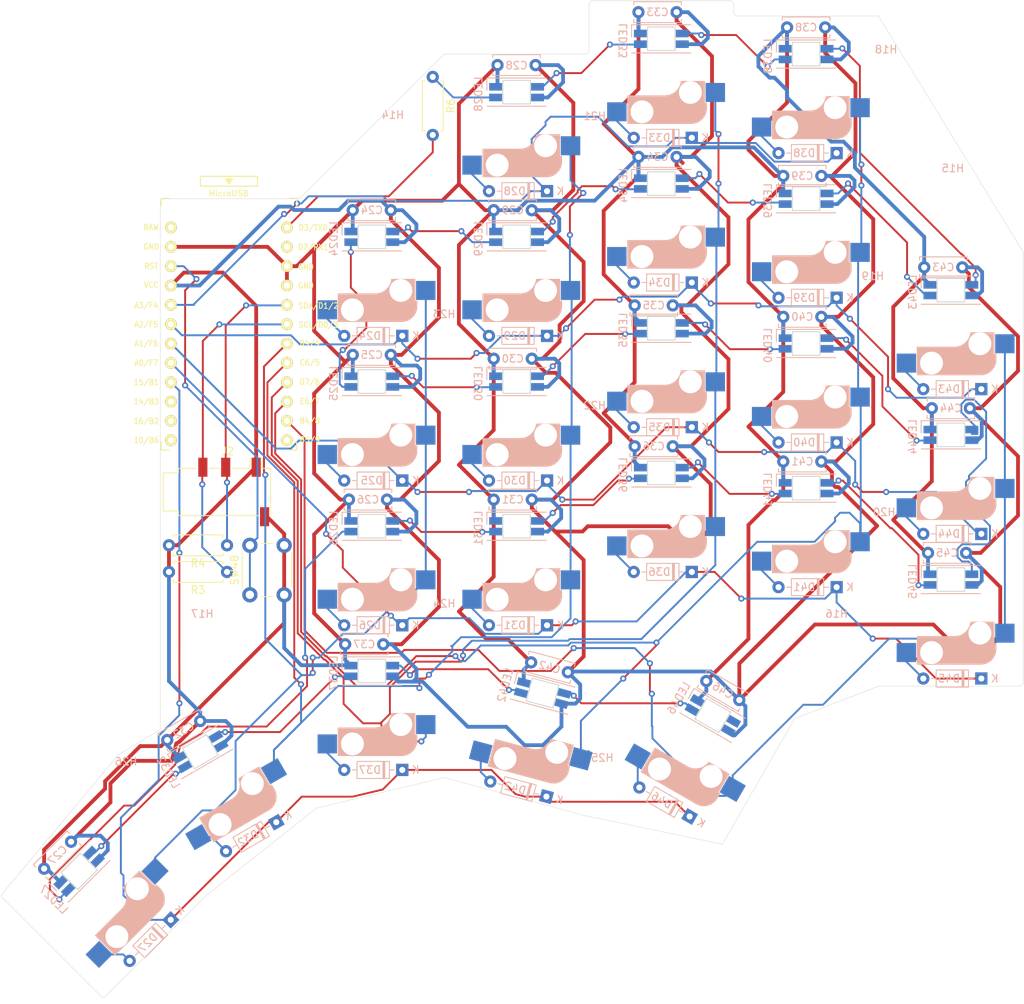
<source format=kicad_pcb>
(kicad_pcb (version 20210623) (generator pcbnew)
  (layers (0 "F.Cu" signal) (31 "B.Cu" signal) (34 "B.Paste" user) (35 "F.Paste" user) (36 "B.SilkS" user "B.Silkscreen") (37 "F.SilkS" user "F.Silkscreen") (38 "B.Mask" user) (39 "F.Mask" user) (44 "Edge.Cuts" user))
  (net 0 "")
  (net 1 "GND")
  (net 2 "+5V")
  (net 3 "Net-(D24-Pad2)")
  (net 4 "/rrow1")
  (net 5 "Net-(D25-Pad2)")
  (net 6 "/rrow2")
  (net 7 "Net-(D26-Pad2)")
  (net 8 "/rrow3")
  (net 9 "Net-(D27-Pad2)")
  (net 10 "/rrow4")
  (net 11 "Net-(D28-Pad2)")
  (net 12 "/rrow0")
  (net 13 "Net-(D29-Pad2)")
  (net 14 "Net-(D30-Pad2)")
  (net 15 "Net-(D31-Pad2)")
  (net 16 "Net-(D32-Pad2)")
  (net 17 "Net-(D33-Pad2)")
  (net 18 "Net-(D34-Pad2)")
  (net 19 "Net-(D35-Pad2)")
  (net 20 "Net-(D36-Pad2)")
  (net 21 "Net-(D37-Pad2)")
  (net 22 "Net-(D38-Pad2)")
  (net 23 "Net-(D39-Pad2)")
  (net 24 "Net-(D40-Pad2)")
  (net 25 "Net-(D41-Pad2)")
  (net 26 "Net-(D42-Pad2)")
  (net 27 "Net-(D43-Pad2)")
  (net 28 "Net-(D44-Pad2)")
  (net 29 "Net-(D45-Pad2)")
  (net 30 "Net-(D46-Pad2)")
  (net 31 "Net-(LED24-Pad2)")
  (net 32 "Net-(LED24-Pad4)")
  (net 33 "Net-(LED25-Pad2)")
  (net 34 "Net-(LED26-Pad2)")
  (net 35 "Net-(LED26-Pad4)")
  (net 36 "Net-(LED27-Pad2)")
  (net 37 "Net-(LED28-Pad2)")
  (net 38 "/rLED")
  (net 39 "Net-(LED29-Pad2)")
  (net 40 "Net-(LED30-Pad2)")
  (net 41 "Net-(LED31-Pad2)")
  (net 42 "Net-(LED32-Pad2)")
  (net 43 "Net-(LED33-Pad2)")
  (net 44 "Net-(LED34-Pad2)")
  (net 45 "Net-(LED35-Pad2)")
  (net 46 "Net-(LED36-Pad2)")
  (net 47 "Net-(LED37-Pad2)")
  (net 48 "Net-(LED39-Pad2)")
  (net 49 "Net-(LED40-Pad2)")
  (net 50 "Net-(LED41-Pad2)")
  (net 51 "Net-(LED42-Pad2)")
  (net 52 "Net-(LED46-Pad2)")
  (net 53 "/rSDA")
  (net 54 "/rSCL")
  (net 55 "/rcol0")
  (net 56 "/rcol1")
  (net 57 "/rcol2")
  (net 58 "/rcol3")
  (net 59 "/rcol4")
  (net 60 "/rRST")
  (net 61 "Net-(U2-Pad24)")
  (net 62 "Net-(U2-Pad15)")
  (net 63 "Net-(U2-Pad14)")
  (net 64 "Net-(U2-Pad13)")
  (net 65 "Net-(U2-Pad12)")
  (net 66 "Net-(U2-Pad2)")
  (net 67 "Net-(LED28-Pad4)")
  (net 68 "Net-(LED38-Pad2)")
  (net 69 "Net-(LED44-Pad2)")
  (net 70 "Net-(LED25-Pad4)")
  (net 71 "Net-(LED27-Pad4)")
  (footprint "Resistor_THT:R_Axial_DIN0207_L6.3mm_D2.5mm_P7.62mm_Horizontal" (layer "F.Cu") (at 31.1086 78.108 180)
    (fp_text reference "R3")
    (fp_text value "10k")
  )
  (footprint "kbd:CherryMX_Hotswap" (layer "F.Cu") (at 50.1086 38.608 180)
    (fp_text reference "SW24" hide)
    (fp_text value "SW_Push" hide)
  )
  (footprint "kbd:CherryMX_Hotswap" (layer "F.Cu") (at 50.1086 57.608 180)
    (fp_text reference "SW25" hide)
    (fp_text value "SW_Push" hide)
  )
  (footprint "kbd:CherryMX_Hotswap" (layer "F.Cu") (at 50.1086 76.608 180)
    (fp_text reference "SW26" hide)
    (fp_text value "SW_Push" hide)
  )
  (footprint "kbd:CherryMX_Hotswap" (layer "F.Cu") (at 69.1086 19.608 180)
    (fp_text reference "SW28" hide)
    (fp_text value "SW_Push" hide)
  )
  (footprint "kbd:CherryMX_Hotswap" (layer "F.Cu") (at 69.1086 38.608 180)
    (fp_text reference "SW29" hide)
    (fp_text value "SW_Push" hide)
  )
  (footprint "kbd:CherryMX_Hotswap" (layer "F.Cu") (at 69.1086 57.608 180)
    (fp_text reference "SW30" hide)
    (fp_text value "SW_Push" hide)
  )
  (footprint "kbd:CherryMX_Hotswap" (layer "F.Cu") (at 69.1086 76.608 180)
    (fp_text reference "SW31" hide)
    (fp_text value "SW_Push" hide)
  )
  (footprint "kbd:CherryMX_Hotswap" (layer "F.Cu") (at 88.1086 12.608 180)
    (fp_text reference "SW33" hide)
    (fp_text value "SW_Push" hide)
  )
  (footprint "kbd:CherryMX_Hotswap" (layer "F.Cu") (at 88.1086 31.608 180)
    (fp_text reference "SW34" hide)
    (fp_text value "SW_Push" hide)
  )
  (footprint "kbd:CherryMX_Hotswap" (layer "F.Cu") (at 88.1086 50.608 180)
    (fp_text reference "SW35" hide)
    (fp_text value "SW_Push" hide)
  )
  (footprint "kbd:CherryMX_Hotswap" (layer "F.Cu") (at 88.1086 69.608 180)
    (fp_text reference "SW36" hide)
    (fp_text value "SW_Push" hide)
  )
  (footprint "kbd:CherryMX_Hotswap" (layer "F.Cu") (at 107.1086 14.608 180)
    (fp_text reference "SW38" hide)
    (fp_text value "SW_Push" hide)
  )
  (footprint "kbd:CherryMX_Hotswap" (layer "F.Cu") (at 107.1086 33.608 180)
    (fp_text reference "SW39" hide)
    (fp_text value "SW_Push" hide)
  )
  (footprint "kbd:CherryMX_Hotswap" (layer "F.Cu") (at 107.1086 52.608 180)
    (fp_text reference "SW40" hide)
    (fp_text value "SW_Push" hide)
  )
  (footprint "kbd:CherryMX_Hotswap" (layer "F.Cu") (at 107.1086 71.608 180)
    (fp_text reference "SW41" hide)
    (fp_text value "SW_Push" hide)
  )
  (footprint "kbd:CherryMX_Hotswap" (layer "F.Cu") (at 126.1086 45.608 180)
    (fp_text reference "SW43" hide)
    (fp_text value "SW_Push" hide)
  )
  (footprint "kbd:CherryMX_Hotswap" (layer "F.Cu") (at 126.1086 64.608 180)
    (fp_text reference "SW44" hide)
    (fp_text value "SW_Push" hide)
  )
  (footprint "kbd:CherryMX_Hotswap" (layer "F.Cu") (at 126.1086 83.608 180)
    (fp_text reference "SW45" hide)
    (fp_text value "SW_Push" hide)
  )
  (footprint "Button_Switch_THT:SW_PUSH_6mm_H7.3mm" (layer "F.Cu") (at 34.1086 81.108 90)
    (fp_text reference "SW48")
    (fp_text value "SW_Push")
  )
  (footprint "kbd:ProMicro_v3.5" (layer "F.Cu") (at 31.3586 47.358)
    (fp_text reference "U2" hide)
    (fp_text value "ProMicro" hide)
  )
  (footprint "kbd:CherryMX_Hotswap" (layer "F.Cu") (at 50.1086 95.608 180)
    (fp_text reference "SW37" hide)
    (fp_text value "SW_Push" hide)
  )
  (footprint "kbd:CherryMX_Hotswap" (layer "F.Cu") (at 71.361999 98.358 165)
    (fp_text reference "SW42" hide)
    (fp_text value "SW_Push" hide)
  )
  (footprint "kbd:CherryMX_Hotswap" (layer "F.Cu") (at 29.8586 105.608 -150)
    (fp_text reference "SW32" hide)
    (fp_text value "SW_Push" hide)
  )
  (footprint "kbd:CherryMX_Hotswap" (layer "F.Cu") (at 14.8586 120.608 -135)
    (fp_text reference "SW27" hide)
    (fp_text value "SW_Push" hide)
  )
  (footprint "kbd:CherryMX_Hotswap" (layer "F.Cu") (at 92.6086 100.858 150)
    (fp_text reference "SW46" hide)
    (fp_text value "SW_Push" hide)
  )
  (footprint "Connector_Audio:Jack_3.5mm_PJ320D_Horizontal" (layer "F.Cu") (at 31.1086 67.608)
    (fp_text reference "J2")
    (fp_text value "AudioJack4")
  )
  (footprint "Resistor_THT:R_Axial_DIN0207_L6.3mm_D2.5mm_P7.62mm_Horizontal" (layer "F.Cu") (at 31.1086 74.608 180)
    (fp_text reference "R4")
    (fp_text value "10k")
  )
  (footprint "Resistor_THT:R_Axial_DIN0207_L6.3mm_D2.5mm_P7.62mm_Horizontal" (layer "F.Cu") (at 58.1086 13.108 -90)
    (fp_text reference "R6")
    (fp_text value "1k")
  )
  (footprint "Capacitor_THT:C_Disc_D6.0mm_W2.5mm_P5.00mm" (layer "B.Cu") (at 52.6086 30.608 180)
    (fp_text reference "C24")
    (fp_text value "0.1uF")
  )
  (footprint "Capacitor_THT:C_Disc_D6.0mm_W2.5mm_P5.00mm" (layer "B.Cu") (at 52.6086 49.608 180)
    (fp_text reference "C25")
    (fp_text value "0.1uF")
  )
  (footprint "Capacitor_THT:C_Disc_D6.0mm_W2.5mm_P5.00mm" (layer "B.Cu") (at 52.1086 68.608 180)
    (fp_text reference "C26")
    (fp_text value "0.1uF")
  )
  (footprint "Capacitor_THT:C_Disc_D6.0mm_W2.5mm_P5.00mm" (layer "B.Cu") (at 10.638638 113.536932 -135)
    (fp_text reference "C27")
    (fp_text value "0.1uF")
  )
  (footprint "Capacitor_THT:C_Disc_D6.0mm_W2.5mm_P5.00mm" (layer "B.Cu") (at 71.6086 11.558 180)
    (fp_text reference "C28")
    (fp_text value "0.1uF")
  )
  (footprint "Capacitor_THT:C_Disc_D6.0mm_W2.5mm_P5.00mm" (layer "B.Cu") (at 71.1086 30.608 180)
    (fp_text reference "C29")
    (fp_text value "0.1uF")
  )
  (footprint "Capacitor_THT:C_Disc_D6.0mm_W2.5mm_P5.00mm" (layer "B.Cu") (at 71.1086 50.108 180)
    (fp_text reference "C30")
    (fp_text value "0.1uF")
  )
  (footprint "Capacitor_THT:C_Disc_D6.0mm_W2.5mm_P5.00mm" (layer "B.Cu") (at 71.1086 68.608 180)
    (fp_text reference "C31")
    (fp_text value "0.1uF")
  )
  (footprint "Capacitor_THT:C_Disc_D6.0mm_W2.5mm_P5.00mm" (layer "B.Cu") (at 27.590651 97.679797 -150)
    (fp_text reference "C32")
    (fp_text value "0.1uF")
  )
  (footprint "Capacitor_THT:C_Disc_D6.0mm_W2.5mm_P5.00mm" (layer "B.Cu") (at 90.1086 4.608 180)
    (fp_text reference "C33")
    (fp_text value "0.1uF")
  )
  (footprint "Capacitor_THT:C_Disc_D6.0mm_W2.5mm_P5.00mm" (layer "B.Cu") (at 90.1086 23.608 180)
    (fp_text reference "C34")
    (fp_text value "0.1uF")
  )
  (footprint "Capacitor_THT:C_Disc_D6.0mm_W2.5mm_P5.00mm" (layer "B.Cu") (at 89.6086 43.108 180)
    (fp_text reference "C35")
    (fp_text value "0.1uF")
  )
  (footprint "Capacitor_THT:C_Disc_D6.0mm_W2.5mm_P5.00mm" (layer "B.Cu") (at 89.6086 61.608 180)
    (fp_text reference "C36")
    (fp_text value "0.1uF")
  )
  (footprint "Capacitor_THT:C_Disc_D6.0mm_W2.5mm_P5.00mm" (layer "B.Cu") (at 51.6086 87.608 180)
    (fp_text reference "C37")
    (fp_text value "0.1uF")
  )
  (footprint "Capacitor_THT:C_Disc_D6.0mm_W2.5mm_P5.00mm" (layer "B.Cu") (at 109.6086 6.608 180)
    (fp_text reference "C38")
    (fp_text value "0.1uF")
  )
  (footprint "Capacitor_THT:C_Disc_D6.0mm_W2.5mm_P5.00mm" (layer "B.Cu") (at 109.1086 26.108 180)
    (fp_text reference "C39")
    (fp_text value "0.1uF")
  )
  (footprint "Capacitor_THT:C_Disc_D6.0mm_W2.5mm_P5.00mm" (layer "B.Cu") (at 109.1086 44.608 180)
    (fp_text reference "C40")
    (fp_text value "0.1uF")
  )
  (footprint "Capacitor_THT:C_Disc_D6.0mm_W2.5mm_P5.00mm" (layer "B.Cu") (at 109.1086 63.608 180)
    (fp_text reference "C41")
    (fp_text value "0.1uF")
  )
  (footprint "Capacitor_THT:C_Disc_D6.0mm_W2.5mm_P5.00mm" (layer "B.Cu") (at 75.847366 91.277641 165)
    (fp_text reference "C42")
    (fp_text value "0.1uF")
  )
  (footprint "Capacitor_THT:C_Disc_D6.0mm_W2.5mm_P5.00mm" (layer "B.Cu") (at 127.6086 38.108 180)
    (fp_text reference "C43")
    (fp_text value "0.1uF")
  )
  (footprint "Capacitor_THT:C_Disc_D6.0mm_W2.5mm_P5.00mm" (layer "B.Cu") (at 128.6086 56.608 180)
    (fp_text reference "C44")
    (fp_text value "0.1uF")
  )
  (footprint "Capacitor_THT:C_Disc_D6.0mm_W2.5mm_P5.00mm" (layer "B.Cu") (at 128.1086 75.608 180)
    (fp_text reference "C45")
    (fp_text value "0.1uF")
  )
  (footprint "Diode_THT:D_DO-35_SOD27_P7.62mm_Horizontal" (layer "B.Cu") (at 54.1086 47.108 180)
    (fp_text reference "D24")
    (fp_text value "1N4148")
  )
  (footprint "Diode_THT:D_DO-35_SOD27_P7.62mm_Horizontal" (layer "B.Cu") (at 23.720113 123.78998 -135)
    (fp_text reference "D27")
    (fp_text value "1N4148")
  )
  (footprint "Diode_THT:D_DO-35_SOD27_P7.62mm_Horizontal" (layer "B.Cu") (at 73.1086 28.108 180)
    (fp_text reference "D28")
    (fp_text value "1N4148")
  )
  (footprint "Diode_THT:D_DO-35_SOD27_P7.62mm_Horizontal" (layer "B.Cu") (at 73.1086 47.108 180)
    (fp_text reference "D29")
    (fp_text value "1N4148")
  )
  (footprint "Diode_THT:D_DO-35_SOD27_P7.62mm_Horizontal" (layer "B.Cu") (at 73.1086 66.108 180)
    (fp_text reference "D30")
    (fp_text value "1N4148")
  )
  (footprint "Diode_THT:D_DO-35_SOD27_P7.62mm_Horizontal" (layer "B.Cu") (at 37.572702 110.969216 -150)
    (fp_text reference "D32")
    (fp_text value "1N4148")
  )
  (footprint "Diode_THT:D_DO-35_SOD27_P7.62mm_Horizontal" (layer "B.Cu") (at 92.1086 40.108 180)
    (fp_text reference "D34")
    (fp_text value "1N4148")
  )
  (footprint "Diode_THT:D_DO-35_SOD27_P7.62mm_Horizontal" (layer "B.Cu") (at 92.1086 59.108 180)
    (fp_text reference "D35")
    (fp_text value "1N4148")
  )
  (footprint "Diode_THT:D_DO-35_SOD27_P7.62mm_Horizontal" (layer "B.Cu") (at 111.1086 23.108 180)
    (fp_text reference "D38")
    (fp_text value "1N4148")
  )
  (footprint "Diode_THT:D_DO-35_SOD27_P7.62mm_Horizontal" (layer "B.Cu") (at 111.1086 61.108 180)
    (fp_text reference "D40")
    (fp_text value "1N4148")
  )
  (footprint "Diode_THT:D_DO-35_SOD27_P7.62mm_Horizontal" (layer "B.Cu") (at 111.1086 80.108 180)
    (fp_text reference "D41")
    (fp_text value "1N4148")
  )
  (footprint "Diode_THT:D_DO-35_SOD27_P7.62mm_Horizontal" (layer "B.Cu") (at 73.02574 107.603646 165)
    (fp_text reference "D42")
    (fp_text value "1N4148")
  )
  (footprint "Diode_THT:D_DO-35_SOD27_P7.62mm_Horizontal" (layer "B.Cu") (at 130.1086 54.108 180)
    (fp_text reference "D43")
    (fp_text value "1N4148")
  )
  (footprint "Diode_THT:D_DO-35_SOD27_P7.62mm_Horizontal" (layer "B.Cu") (at 130.1086 73.108 180)
    (fp_text reference "D44")
    (fp_text value "1N4148")
  )
  (footprint "Diode_THT:D_DO-35_SOD27_P7.62mm_Horizontal" (layer "B.Cu") (at 130.1086 92.108 180)
    (fp_text reference "D45")
    (fp_text value "1N4148")
  )
  (footprint "kbd:YS-SK6812MINI-E" (layer "B.Cu") (at 50.1086 34.108)
    (fp_text reference "LED24")
    (fp_text value "YS-SK6812MINI-E")
    (fp_line (start -1.8 -1.55) (end 1.8 -1.55) (layer "Edge.Cuts") (width 0.12))
    (fp_line (start 1.8 -1.55) (end 1.8 1.55) (layer "Edge.Cuts") (width 0.12))
    (fp_line (start 1.8 1.55) (end -1.8 1.55) (layer "Edge.Cuts") (width 0.12))
    (fp_line (start -1.8 1.55) (end -1.8 -1.55) (layer "Edge.Cuts") (width 0.12))
  )
  (footprint "kbd:YS-SK6812MINI-E" (layer "B.Cu") (at 50.1086 53.108)
    (fp_text reference "LED25")
    (fp_text value "YS-SK6812MINI-E")
    (fp_line (start -1.8 1.55) (end -1.8 -1.55) (layer "Edge.Cuts") (width 0.12))
    (fp_line (start 1.8 1.55) (end -1.8 1.55) (layer "Edge.Cuts") (width 0.12))
    (fp_line (start 1.8 -1.55) (end 1.8 1.55) (layer "Edge.Cuts") (width 0.12))
    (fp_line (start -1.8 -1.55) (end 1.8 -1.55) (layer "Edge.Cuts") (width 0.12))
  )
  (footprint "kbd:YS-SK6812MINI-E" (layer "B.Cu") (at 50.1086 72.108)
    (fp_text reference "LED26")
    (fp_text value "YS-SK6812MINI-E")
    (fp_line (start -1.8 -1.55) (end 1.8 -1.55) (layer "Edge.Cuts") (width 0.12))
    (fp_line (start -1.8 1.55) (end -1.8 -1.55) (layer "Edge.Cuts") (width 0.12))
    (fp_line (start 1.8 1.55) (end -1.8 1.55) (layer "Edge.Cuts") (width 0.12))
    (fp_line (start 1.8 -1.55) (end 1.8 1.55) (layer "Edge.Cuts") (width 0.12))
  )
  (footprint "kbd:YS-SK6812MINI-E" (layer "B.Cu") (at 11.699298 117.426019 45)
    (fp_text reference "LED27")
    (fp_text value "YS-SK6812MINI-E")
    (fp_line (start -1.8 1.55) (end -1.8 -1.55) (layer "Edge.Cuts") (width 0.12))
    (fp_line (start 1.8 -1.55) (end 1.8 1.55) (layer "Edge.Cuts") (width 0.12))
    (fp_line (start -1.8 -1.55) (end 1.8 -1.55) (layer "Edge.Cuts") (width 0.12))
    (fp_line (start 1.8 1.55) (end -1.8 1.55) (layer "Edge.Cuts") (width 0.12))
  )
  (footprint "kbd:YS-SK6812MINI-E" (layer "B.Cu") (at 69.1086 15.108)
    (fp_text reference "LED28")
    (fp_text value "YS-SK6812MINI-E")
    (fp_line (start 1.8 1.55) (end -1.8 1.55) (layer "Edge.Cuts") (width 0.12))
    (fp_line (start 1.8 -1.55) (end 1.8 1.55) (layer "Edge.Cuts") (width 0.12))
    (fp_line (start -1.8 -1.55) (end 1.8 -1.55) (layer "Edge.Cuts") (width 0.12))
    (fp_line (start -1.8 1.55) (end -1.8 -1.55) (layer "Edge.Cuts") (width 0.12))
  )
  (footprint "kbd:YS-SK6812MINI-E" (layer "B.Cu") (at 69.1086 34.108)
    (fp_text reference "LED29")
    (fp_text value "YS-SK6812MINI-E")
    (fp_line (start 1.8 -1.55) (end 1.8 1.55) (layer "Edge.Cuts") (width 0.12))
    (fp_line (start -1.8 -1.55) (end 1.8 -1.55) (layer "Edge.Cuts") (width 0.12))
    (fp_line (start 1.8 1.55) (end -1.8 1.55) (layer "Edge.Cuts") (width 0.12))
    (fp_line (start -1.8 1.55) (end -1.8 -1.55) (layer "Edge.Cuts") (width 0.12))
  )
  (footprint "kbd:YS-SK6812MINI-E" (layer "B.Cu") (at 69.1086 53.108)
    (fp_text reference "LED30")
    (fp_text value "YS-SK6812MINI-E")
    (fp_line (start -1.8 -1.55) (end 1.8 -1.55) (layer "Edge.Cuts") (width 0.12))
    (fp_line (start -1.8 1.55) (end -1.8 -1.55) (layer "Edge.Cuts") (width 0.12))
    (fp_line (start 1.8 1.55) (end -1.8 1.55) (layer "Edge.Cuts") (width 0.12))
    (fp_line (start 1.8 -1.55) (end 1.8 1.55) (layer "Edge.Cuts") (width 0.12))
  )
  (footprint "kbd:YS-SK6812MINI-E" (layer "B.Cu") (at 69.1086 72.108)
    (fp_text reference "LED31")
    (fp_text value "YS-SK6812MINI-E")
    (fp_line (start 1.8 -1.55) (end 1.8 1.55) (layer "Edge.Cuts") (width 0.12))
    (fp_line (start 1.8 1.55) (end -1.8 1.55) (layer "Edge.Cuts") (width 0.12))
    (fp_line (start -1.8 1.55) (end -1.8 -1.55) (layer "Edge.Cuts") (width 0.12))
    (fp_line (start -1.8 -1.55) (end 1.8 -1.55) (layer "Edge.Cuts") (width 0.12))
  )
  (footprint "kbd:YS-SK6812MINI-E" (layer "B.Cu") (at 27.6086 101.710886 30)
    (fp_text reference "LED32")
    (fp_text value "YS-SK6812MINI-E")
    (fp_line (start -1.8 1.55) (end -1.8 -1.55) (layer "Edge.Cuts") (width 0.12))
    (fp_line (start -1.8 -1.55) (end 1.8 -1.55) (layer "Edge.Cuts") (width 0.12))
    (fp_line (start 1.8 1.55) (end -1.8 1.55) (layer "Edge.Cuts") (width 0.12))
    (fp_line (start 1.8 -1.55) (end 1.8 1.55) (layer "Edge.Cuts") (width 0.12))
  )
  (footprint "kbd:YS-SK6812MINI-E" (layer "B.Cu") (at 88.1086 8.108)
    (fp_text reference "LED33")
    (fp_text value "YS-SK6812MINI-E")
    (fp_line (start 1.8 1.55) (end -1.8 1.55) (layer "Edge.Cuts") (width 0.12))
    (fp_line (start 1.8 -1.55) (end 1.8 1.55) (layer "Edge.Cuts") (width 0.12))
    (fp_line (start -1.8 1.55) (end -1.8 -1.55) (layer "Edge.Cuts") (width 0.12))
    (fp_line (start -1.8 -1.55) (end 1.8 -1.55) (layer "Edge.Cuts") (width 0.12))
  )
  (footprint "kbd:YS-SK6812MINI-E" (layer "B.Cu") (at 88.1086 27.108)
    (fp_text reference "LED34")
    (fp_text value "YS-SK6812MINI-E")
    (fp_line (start 1.8 -1.55) (end 1.8 1.55) (layer "Edge.Cuts") (width 0.12))
    (fp_line (start -1.8 -1.55) (end 1.8 -1.55) (layer "Edge.Cuts") (width 0.12))
    (fp_line (start 1.8 1.55) (end -1.8 1.55) (layer "Edge.Cuts") (width 0.12))
    (fp_line (start -1.8 1.55) (end -1.8 -1.55) (layer "Edge.Cuts") (width 0.12))
  )
  (footprint "kbd:YS-SK6812MINI-E" (layer "B.Cu") (at 88.1086 46.108)
    (fp_text reference "LED35")
    (fp_text value "YS-SK6812MINI-E")
    (fp_line (start -1.8 1.55) (end -1.8 -1.55) (layer "Edge.Cuts") (width 0.12))
    (fp_line (start 1.8 1.55) (end -1.8 1.55) (layer "Edge.Cuts") (width 0.12))
    (fp_line (start -1.8 -1.55) (end 1.8 -1.55) (layer "Edge.Cuts") (width 0.12))
    (fp_line (start 1.8 -1.55) (end 1.8 1.55) (layer "Edge.Cuts") (width 0.12))
  )
  (footprint "kbd:YS-SK6812MINI-E" (layer "B.Cu") (at 88.1086 65.108)
    (fp_text reference "LED36")
    (fp_text value "YS-SK6812MINI-E")
    (fp_line (start -1.8 1.55) (end -1.8 -1.55) (layer "Edge.Cuts") (width 0.12))
    (fp_line (start 1.8 -1.55) (end 1.8 1.55) (layer "Edge.Cuts") (width 0.12))
    (fp_line (start -1.8 -1.55) (end 1.8 -1.55) (layer "Edge.Cuts") (width 0.12))
    (fp_line (start 1.8 1.55) (end -1.8 1.55) (layer "Edge.Cuts") (width 0.12))
  )
  (footprint "kbd:YS-SK6812MINI-E" (layer "B.Cu") (at 50.1086 91.108)
    (fp_text reference "LED37")
    (fp_text value "YS-SK6812MINI-E")
    (fp_line (start -1.8 -1.55) (end 1.8 -1.55) (layer "Edge.Cuts") (width 0.12))
    (fp_line (start -1.8 1.55) (end -1.8 -1.55) (layer "Edge.Cuts") (width 0.12))
    (fp_line (start 1.8 1.55) (end -1.8 1.55) (layer "Edge.Cuts") (width 0.12))
    (fp_line (start 1.8 -1.55) (end 1.8 1.55) (layer "Edge.Cuts") (width 0.12))
  )
  (footprint "kbd:YS-SK6812MINI-E" (layer "B.Cu") (at 107.1086 10.108)
    (fp_text reference "LED38")
    (fp_text value "YS-SK6812MINI-E")
    (fp_line (start -1.8 1.55) (end -1.8 -1.55) (layer "Edge.Cuts") (width 0.12))
    (fp_line (start -1.8 -1.55) (end 1.8 -1.55) (layer "Edge.Cuts") (width 0.12))
    (fp_line (start 1.8 1.55) (end -1.8 1.55) (layer "Edge.Cuts") (width 0.12))
    (fp_line (start 1.8 -1.55) (end 1.8 1.55) (layer "Edge.Cuts") (width 0.12))
  )
  (footprint "kbd:YS-SK6812MINI-E" (layer "B.Cu") (at 107.1086 29.108)
    (fp_text reference "LED39")
    (fp_text value "YS-SK6812MINI-E")
    (fp_line (start 1.8 -1.55) (end 1.8 1.55) (layer "Edge.Cuts") (width 0.12))
    (fp_line (start 1.8 1.55) (end -1.8 1.55) (layer "Edge.Cuts") (width 0.12))
    (fp_line (start -1.8 -1.55) (end 1.8 -1.55) (layer "Edge.Cuts") (width 0.12))
    (fp_line (start -1.8 1.55) (end -1.8 -1.55) (layer "Edge.Cuts") (width 0.12))
  )
  (footprint "kbd:YS-SK6812MINI-E" (layer "B.Cu") (at 107.1086 48.108)
    (fp_text reference "LED40")
    (fp_text value "YS-SK6812MINI-E")
    (fp_line (start 1.8 -1.55) (end 1.8 1.55) (layer "Edge.Cuts") (width 0.12))
    (fp_line (start -1.8 -1.55) (end 1.8 -1.55) (layer "Edge.Cuts") (width 0.12))
    (fp_line (start -1.8 1.55) (end -1.8 -1.55) (layer "Edge.Cuts") (width 0.12))
    (fp_line (start 1.8 1.55) (end -1.8 1.55) (layer "Edge.Cuts") (width 0.12))
  )
  (footprint "kbd:YS-SK6812MINI-E" (layer "B.Cu") (at 107.1086 67.108)
    (fp_text reference "LED41")
    (fp_text value "YS-SK6812MINI-E")
    (fp_line (start -1.8 -1.55) (end 1.8 -1.55) (layer "Edge.Cuts") (width 0.12))
    (fp_line (start 1.8 1.55) (end -1.8 1.55) (layer "Edge.Cuts") (width 0.12))
    (fp_line (start 1.8 -1.55) (end 1.8 1.55) (layer "Edge.Cuts") (width 0.12))
    (fp_line (start -1.8 1.55) (end -1.8 -1.55) (layer "Edge.Cuts") (width 0.12))
  )
  (footprint "kbd:YS-SK6812MINI-E" (layer "B.Cu") (at 72.526685 94.011334 -15)
    (fp_text reference "LED42")
    (fp_text value "YS-SK6812MINI-E")
    (fp_line (start 1.8 1.55) (end -1.8 1.55) (layer "Edge.Cuts") (width 0.12))
    (fp_line (start -1.8 1.55) (end -1.8 -1.55) (layer "Edge.Cuts") (width 0.12))
    (fp_line (start 1.8 -1.55) (end 1.8 1.55) (layer "Edge.Cuts") (width 0.12))
    (fp_line (start -1.8 -1.55) (end 1.8 -1.55) (layer "Edge.Cuts") (width 0.12))
  )
  (footprint "kbd:YS-SK6812MINI-E" (layer "B.Cu") (at 126.1086 41.108)
    (fp_text reference "LED43")
    (fp_text value "YS-SK6812MINI-E")
    (fp_line (start -1.8 -1.55) (end 1.8 -1.55) (layer "Edge.Cuts") (width 0.12))
    (fp_line (start 1.8 -1.55) (end 1.8 1.55) (layer "Edge.Cuts") (width 0.12))
    (fp_line (start -1.8 1.55) (end -1.8 -1.55) (layer "Edge.Cuts") (width 0.12))
    (fp_line (start 1.8 1.55) (end -1.8 1.55) (layer "Edge.Cuts") (width 0.12))
  )
  (footprint "kbd:YS-SK6812MINI-E" (layer "B.Cu") (at 126.1086 60.108)
    (fp_text reference "LED44")
    (fp_text value "YS-SK6812MINI-E")
    (fp_line (start -1.8 -1.55) (end 1.8 -1.55) (layer "Edge.Cuts") (width 0.12))
    (fp_line (start -1.8 1.55) (end -1.8 -1.55) (layer "Edge.Cuts") (width 0.12))
    (fp_line (start 1.8 -1.55) (end 1.8 1.55) (layer "Edge.Cuts") (width 0.12))
    (fp_line (start 1.8 1.55) (end -1.8 1.55) (layer "Edge.Cuts") (width 0.12))
  )
  (footprint "kbd:YS-SK6812MINI-E" (layer "B.Cu") (at 126.1086 79.108)
    (fp_text reference "LED45")
    (fp_text value "YS-SK6812MINI-E")
    (fp_line (start 1.8 1.55) (end -1.8 1.55) (layer "Edge.Cuts") (width 0.12))
    (fp_line (start -1.8 -1.55) (end 1.8 -1.55) (layer "Edge.Cuts") (width 0.12))
    (fp_line (start 1.8 -1.55) (end 1.8 1.55) (layer "Edge.Cuts") (width 0.12))
    (fp_line (start -1.8 1.55) (end -1.8 -1.55) (layer "Edge.Cuts") (width 0.12))
  )
  (footprint "Diode_THT:D_DO-35_SOD27_P7.62mm_Horizontal" (layer "B.Cu") (at 54.1086 66.108 180)
    (fp_text reference "D25")
    (fp_text value "1N4148")
  )
  (footprint "Diode_THT:D_DO-35_SOD27_P7.62mm_Horizontal" (layer "B.Cu") (at 54.1086 85.108 180)
    (fp_text reference "D26")
    (fp_text value "1N4148")
  )
  (footprint "Diode_THT:D_DO-35_SOD27_P7.62mm_Horizontal" (layer "B.Cu") (at 73.1086 85.108 180)
    (fp_text reference "D31")
    (fp_text value "1N4148")
  )
  (footprint "Diode_THT:D_DO-35_SOD27_P7.62mm_Horizontal" (layer "B.Cu") (at 92.1086 21.108 180)
    (fp_text reference "D33")
    (fp_text value "1N4148")
  )
  (footprint "Diode_THT:D_DO-35_SOD27_P7.62mm_Horizontal" (layer "B.Cu") (at 92.1086 78.108 180)
    (fp_text reference "D36")
    (fp_text value "1N4148")
  )
  (footprint "Diode_THT:D_DO-35_SOD27_P7.62mm_Horizontal" (layer "B.Cu") (at 54.1086 104.108 180)
    (fp_text reference "D37")
    (fp_text value "1N4148")
  )
  (footprint "Diode_THT:D_DO-35_SOD27_P7.62mm_Horizontal" (layer "B.Cu") (at 111.1086 42.108 180)
    (fp_text reference "D39")
    (fp_text value "1N4148")
  )
  (footprint "Capacitor_THT:C_Disc_D6.0mm_W2.5mm_P5.00mm" (layer "B.Cu") (at 98.340651 94.929797 150)
    (fp_text reference "C46")
    (fp_text value "0.1uF")
  )
  (footprint "Diode_THT:D_DO-35_SOD27_P7.62mm_Horizontal" (layer "B.Cu") (at 91.822702 110.219216 150)
    (fp_text reference "D46")
    (fp_text value "1N4148")
  )
  (footprint "kbd:YS-SK6812MINI-E" (layer "B.Cu") (at 94.8586 96.960886 -30)
    (fp_text reference "LED46")
    (fp_text value "YS-SK6812MINI-E")
    (fp_line (start 1.8 -1.55) (end 1.8 1.55) (layer "Edge.Cuts") (width 0.12))
    (fp_line (start -1.8 1.55) (end -1.8 -1.55) (layer "Edge.Cuts") (width 0.12))
    (fp_line (start 1.8 1.55) (end -1.8 1.55) (layer "Edge.Cuts") (width 0.12))
    (fp_line (start -1.8 -1.55) (end 1.8 -1.55) (layer "Edge.Cuts") (width 0.12))
  )
  (footprint "MountingHole:MountingHole_3.2mm_M3_ISO7380" (layer "B.Cu") (at 59.6086 86.108 180)
    (fp_text reference "H24")
    (fp_text value "MountingHole")
  )
  (footprint "MountingHole:MountingHole_3.2mm_M3_ISO7380" (layer "B.Cu") (at 115.8586 43.108 180)
    (fp_text reference "H19")
    (fp_text value "MountingHole")
  )
  (footprint "MountingHole:MountingHole_3.2mm_M3_ISO7380" (layer "B.Cu") (at 17.8586 106.858 180)
    (fp_text reference "H26")
    (fp_text value "MountingHole")
  )
  (footprint "MountingHole:MountingHole_3.2mm_M3_ISO7380" (layer "B.Cu") (at 117.3586 74.108 180)
    (fp_text reference "H20")
    (fp_text value "MountingHole")
  )
  (footprint "MountingHole:MountingHole_5.3mm_M5_ISO7380" (layer "B.Cu") (at 126.3586 30.858 180)
    (fp_text reference "H15")
    (fp_text value "MountingHole")
  )
  (footprint "MountingHole:MountingHole_5.3mm_M5_ISO7380" (layer "B.Cu") (at 52.8586 23.858 180)
    (fp_text reference "H14")
    (fp_text value "MountingHole")
  )
  (footprint "MountingHole:MountingHole_3.2mm_M3_ISO7380" (layer "B.Cu") (at 59.6086 48.108 180)
    (fp_text reference "H23")
    (fp_text value "MountingHole")
  )
  (footprint "MountingHole:MountingHole_3.2mm_M3_ISO7380" (layer "B.Cu") (at 80.3586 106.358 180)
    (fp_text reference "H25")
    (fp_text value "MountingHole")
  )
  (footprint "MountingHole:MountingHole_5.3mm_M5_ISO7380" (layer "B.Cu") (at 111.1086 89.358 180)
    (fp_text reference "H16")
    (fp_text value "MountingHole")
  )
  (footprint "MountingHole:MountingHole_3.2mm_M3_ISO7380" (layer "B.Cu") (at 79.3586 60.108 180)
    (fp_text reference "H22")
    (fp_text value "MountingHole")
  )
  (footprint "MountingHole:MountingHole_3.2mm_M3_ISO7380" (layer "B.Cu") (at 117.6086 13.358 180)
    (fp_text reference "H18")
    (fp_text value "MountingHole")
  )
  (footprint "MountingHole:MountingHole_3.2mm_M3_ISO7380" (layer "B.Cu") (at 79.3586 22.108 180)
    (fp_text reference "H21")
    (fp_text value "MountingHole")
  )
  (footprint "MountingHole:MountingHole_5.3mm_M5_ISO7380" (layer "B.Cu") (at 27.8586 89.358 180)
    (fp_text reference "H17")
    (fp_text value "MountingHole")
  )
  (gr_arc (start 97.1086 3.608) (end 97.1086 3.108) (angle 90) (layer "Edge.Cuts") (width 0.05))
  (gr_line (start 42.8586 109.108) (end 59.6086 105.108) (layer "Edge.Cuts") (width 0.05))
  (gr_line (start 78.1086 110.108) (end 96.1086 113.858) (layer "Edge.Cuts") (width 0.05))
  (gr_arc (start 79.1086 3.608) (end 78.6086 3.608) (angle 90) (layer "Edge.Cuts") (width 0.05))
  (gr_line (start 15.108599 133.857999) (end 28.3586 120.608) (layer "Edge.Cuts") (width 0.05))
  (gr_arc (start 135.1086 92.608) (end 135.6086 92.608) (angle 90) (layer "Edge.Cuts") (width 0.05))
  (gr_line (start 1.608601 120.857999) (end 14.608601 133.857999) (layer "Edge.Cuts") (width 0.05))
  (gr_line (start 116.6086 5.108) (end 98.1086 5.108) (layer "Edge.Cuts") (width 0.05))
  (gr_line (start 97.6086 4.608) (end 97.6086 3.608) (layer "Edge.Cuts") (width 0.05))
  (gr_line (start 22.305814 98.831607) (end 16.8586 102.108) (layer "Edge.Cuts") (width 0.05))
  (gr_arc (start 22.8586 29.608) (end 22.3586 29.608) (angle 90) (layer "Edge.Cuts") (width 0.05))
  (gr_line (start 40.6086 29.108) (end 22.8586 29.108) (layer "Edge.Cuts") (width 0.05))
  (gr_arc (start 14.8586 133.608) (end 15.108599 133.857999) (angle 90) (layer "Edge.Cuts") (width 0.05))
  (gr_line (start 116.6086 93.108) (end 135.1086 93.108) (layer "Edge.Cuts") (width 0.05))
  (gr_line (start 97.1086 3.108) (end 79.1086 3.108) (layer "Edge.Cuts") (width 0.05))
  (gr_line (start 135.6086 92.608) (end 135.6086 36.108) (layer "Edge.Cuts") (width 0.05))
  (gr_line (start 135.6086 36.108) (end 116.6086 5.108) (layer "Edge.Cuts") (width 0.05))
  (gr_line (start 78.1086 10.108) (end 59.6086 10.108) (layer "Edge.Cuts") (width 0.05))
  (gr_arc (start 1.8586 120.608) (end 1.608601 120.857999) (angle 90) (layer "Edge.Cuts") (width 0.05))
  (gr_line (start 78.6086 3.608) (end 78.6086 9.608) (layer "Edge.Cuts") (width 0.05))
  (gr_line (start 40.6086 29.108) (end 59.6086 10.108) (layer "Edge.Cuts") (width 0.05))
  (gr_line (start 22.3586 29.608) (end 22.3586 98.608) (layer "Edge.Cuts") (width 0.05))
  (gr_line (start 96.1086 113.858) (end 105.6086 97.358) (layer "Edge.Cuts") (width 0.05))
  (gr_line (start 28.3586 120.608) (end 42.8586 109.108) (layer "Edge.Cuts") (width 0.05))
  (gr_line (start 105.6086 97.358) (end 116.6086 93.108) (layer "Edge.Cuts") (width 0.05))
  (gr_arc (start 78.1086 9.608) (end 78.6086 9.608) (angle 90) (layer "Edge.Cuts") (width 0.05))
  (gr_line (start 59.6086 105.108) (end 78.1086 110.108) (layer "Edge.Cuts") (width 0.05))
  (gr_line (start 16.8586 102.108) (end 1.608601 120.358001) (layer "Edge.Cuts") (width 0.05))
  (gr_arc (start 21.8586 98.608) (end 22.3586 98.608) (angle 26.56505118) (layer "Edge.Cuts") (width 0.05))
  (gr_arc (start 98.1086 4.608) (end 98.1086 5.108) (angle 90) (layer "Edge.Cuts") (width 0.05))
  (segment (start 104.1086 27.23937) (end 99.541599 31.806371) (width 0.5) (layer "F.Cu") (net 1))
  (segment (start 40.2566 37.96) (end 47.6086 30.608) (width 0.5) (layer "F.Cu") (net 1))
  (segment (start 45.97723 68.608) (end 47.1086 68.608) (width 0.5) (layer "F.Cu") (net 1))
  (segment (start 80.541599 57.267033) (end 84.6086 61.334034) (width 0.5) (layer "F.Cu") (net 1))
  (segment (start 80.541599 39.040999) (end 84.6086 43.108) (width 0.5) (layer "F.Cu") (net 1))
  (segment (start 47.6086 30.608) (end 48.858601 29.357999) (width 0.5) (layer "F.Cu") (net 1))
  (segment (start 99.541599 31.806371) (end 99.541599 40.040999) (width 0.5) (layer "F.Cu") (net 1))
  (segment (start 42.541599 35.675001) (end 42.541599 46.455138) (width 0.5) (layer "F.Cu") (net 1))
  (segment (start 68.04219 87.007999) (end 71.017737 89.983546) (width 0.5) (layer "F.Cu") (net 1))
  (segment (start 80.541599 19.267033) (end 84.882566 23.608) (width 0.5) (layer "F.Cu") (net 1))
  (segment (start 61.541599 45.540999) (end 66.1086 50.108) (width 0.5) (layer "F.Cu") (net 1))
  (segment (start 104.6086 6.608) (end 104.6086 16.473998) (width 0.5) (layer "F.Cu") (net 1))
  (segment (start 36.43 35.42) (end 38.97 37.96) (width 0.5) (layer "F.Cu") (net 1))
  (segment (start 118.541599 43.306371) (end 118.541599 52.672369) (width 0.5) (layer "F.Cu") (net 1))
  (segment (start 61.541599 27.172369) (end 64.97723 30.608) (width 0.5) (layer "F.Cu") (net 1))
  (segment (start 103.851598 63.342994) (end 103.851598 63.608) (width 0.5) (layer "F.Cu") (net 1))
  (segment (start 104.6086 16.473998) (end 99.541599 21.540999) (width 0.5) (layer "F.Cu") (net 1))
  (segment (start 42.541599 54.675001) (end 42.541599 65.172369) (width 0.5) (layer "F.Cu") (net 1))
  (segment (start 99.541599 21.540999) (end 99.541599 22.672369) (width 0.5) (layer "F.Cu") (net 1))
  (segment (start 99.541599 40.040999) (end 104.1086 44.608) (width 0.5) (layer "F.Cu") (net 1))
  (segment (start 66.1086 59.473998) (end 61.541599 64.040999) (width 0.5) (layer "F.Cu") (net 1))
  (segment (start 38.97 37.96) (end 38.97 40.5) (width 0.5) (layer "F.Cu") (net 1))
  (segment (start 23.260524 100.179797) (end 38.6086 84.831721) (width 0.5) (layer "F.Cu") (net 1))
  (segment (start 66.1086 68.608) (end 66.1086 78.731) (width 0.5) (layer "F.Cu") (net 1))
  (segment (start 84.6086 61.334034) (end 84.6086 61.608) (width 0.5) (layer "F.Cu") (net 1))
  (segment (start 7.103104 114.579494) (end 15.108588 106.57401) (width 0.5) (layer "F.Cu") (net 1))
  (segment (start 66.1086 50.108) (end 66.1086 59.473998) (width 0.5) (layer "F.Cu") (net 1))
  (segment (start 59.355969 29.357999) (end 61.541599 27.172369) (width 0.5) (layer "F.Cu") (net 1))
  (segment (start 99.541599 59.032995) (end 103.851598 63.342994) (width 0.5) (layer "F.Cu") (net 1))
  (segment (start 61.541599 64.040999) (end 66.1086 68.608) (width 0.5) (layer "F.Cu") (net 1))
  (segment (start 38.6086 84.831721) (end 38.6086 81.108) (width 0.5) (layer "F.Cu") (net 1))
  (segment (start 47.1086 68.608) (end 42.541599 73.175001) (width 0.5) (layer "F.Cu") (net 1))
  (segment (start 22.460525 100.979796) (end 23.260524 100.179797) (width 0.5) (layer "F.Cu") (net 1))
  (segment (start 15.108588 106.57401) (end 15.108588 105.584045) (width 0.5) (layer "F.Cu") (net 1))
  (segment (start 19.712837 100.979796) (end 22.460525 100.979796) (width 0.5) (layer "F.Cu") (net 1))
  (segment (start 104.1086 63.608) (end 104.1086 67.616004) (width 0.5) (layer "F.Cu") (net 1))
  (segment (start 99.541599 86.898722) (end 94.010524 92.429797) (width 0.5) (layer "F.Cu") (net 1))
  (segment (start 15.108588 105.584045) (end 19.712837 100.979796) (width 0.5) (layer "F.Cu") (net 1))
  (segment (start 47.6086 49.608) (end 42.541599 54.675001) (width 0.5) (layer "F.Cu") (net 1))
  (segment (start 104.1086 67.616004) (end 103.016602 68.708002) (width 0.5) (layer "F.Cu") (net 1))
  (segment (start 118.541599 52.672369) (end 122.47723 56.608) (width 0.5) (layer "F.Cu") (net 1))
  (segment (start 47.6086 30.608) (end 42.541599 35.675001) (width 0.5) (layer "F.Cu") (net 1))
  (segment (start 42.541599 46.455138) (end 46.49446 50.407999) (width 0.5) (layer "F.Cu") (net 1))
  (segment (start 85.1086 14.700032) (end 80.541599 19.267033) (width 0.5) (layer "F.Cu") (net 1))
  (segment (start 61.541599 35.175001) (end 61.541599 45.540999) (width 0.5) (layer "F.Cu") (net 1))
  (segment (start 66.1086 78.731) (end 61.541599 83.298001) (width 0.5) (layer "F.Cu") (net 1))
  (segment (start 102.766602 68.708002) (end 99.541599 71.933005) (width 0.5) (layer "F.Cu") (net 1))
  (segment (start 42.541599 73.175001) (end 42.541599 83.540999) (width 0.5) (layer "F.Cu") (net 1))
  (segment (start 48.858601 29.357999) (end 59.355969 29.357999) (width 0.5) (layer "F.Cu") (net 1))
  (segment (start 104.1086 44.608) (end 104.1086 54.465994) (width 0.5) (layer "F.Cu") (net 1))
  (segment (start 118.541599 71.267032) (end 122.882567 75.608) (width 0.5) (layer "F.Cu") (net 1))
  (segment (start 42.541599 83.540999) (end 46.6086 87.608) (width 0.5) (layer "F.Cu") (net 1))
  (segment (start 103.016602 68.708002) (end 102.766602 68.708002) (width 0.5) (layer "F.Cu") (net 1))
  (segment (start 102.97723 26.108) (end 104.1086 26.108) (width 0.5) (layer "F.Cu") (net 1))
  (segment (start 99.541599 22.672369) (end 102.97723 26.108) (width 0.5) (layer "F.Cu") (net 1))
  (segment (start 36.3586 70.858) (end 38.6086 73.108) (width 0.5) (layer "F.Cu") (net 1))
  (segment (start 85.1086 4.608) (end 85.1086 14.700032) (width 0.5) (layer "F.Cu") (net 1))
  (segment (start 23.75 35.42) (end 36.43 35.42) (width 0.5) (layer "F.Cu") (net 1))
  (segment (start 38.6086 73.108) (end 38.6086 74.608) (width 0.5) (layer "F.Cu") (net 1))
  (segment (start 85.1086 23.608) (end 85.1086 26.116004) (width 0.5) (layer "F.Cu") (net 1))
  (segment (start 61.541599 83.298001) (end 65.251597 87.007999) (width 0.5) (layer "F.Cu") (net 1))
  (segment (start 123.6086 66.200031) (end 118.541599 71.267032) (width 0.5) (layer "F.Cu") (net 1))
  (segment (start 42.541599 65.172369) (end 45.97723 68.608) (width 0.5) (layer "F.Cu") (net 1))
  (segment (start 104.1086 26.108) (end 104.1086 27.23937) (width 0.5) (layer "F.Cu") (net 1))
  (segment (start 64.97723 30.608) (end 66.1086 30.608) (width 0.5) (layer "F.Cu") (net 1))
  (segment (start 85.1086 26.116004) (end 80.541599 30.683005) (width 0.5) (layer "F.Cu") (net 1))
  (segment (start 38.6086 81.108) (end 38.6086 74.608) (width 0.5) (layer "F.Cu") (net 1))
  (segment (start 122.6086 38.108) (end 122.6086 39.23937) (width 0.5) (layer "F.Cu") (net 1))
  (segment (start 36.0336 70.858) (end 36.3586 70.858) (width 0.5) (layer "F.Cu") (net 1))
  (segment (start 66.1086 30.608) (end 61.541599 35.175001) (width 0.5) (layer "F.Cu") (net 1))
  (segment (start 66.6086 11.558) (end 61.541599 16.625001) (width 0.5) (layer "F.Cu") (net 1))
  (segment (start 84.6086 53.200032) (end 80.541599 57.267033) (width 0.5) (layer "F.Cu") (net 1))
  (segment (start 61.541599 16.625001) (end 61.541599 27.172369) (width 0.5) (layer "F.Cu") (net 1))
  (segment (start 84.6086 43.108) (end 84.6086 53.200032) (width 0.5) (layer "F.Cu") (net 1))
  (segment (start 123.6086 56.608) (end 123.6086 66.200031) (width 0.5) (layer "F.Cu") (net 1))
  (segment (start 46.49446 50.407999) (end 46.808601 50.407999) (width 0.5) (layer "F.Cu") (net 1))
  (segment (start 46.808601 50.407999) (end 47.6086 49.608) (width 0.5) (layer "F.Cu") (net 1))
  (segment (start 38.97 37.96) (end 40.2566 37.96) (width 0.5) (layer "F.Cu") (net 1))
  (segment (start 122.47723 56.608) (end 123.6086 56.608) (width 0.5) (layer "F.Cu") (net 1))
  (segment (start 104.1086 54.465994) (end 99.541599 59.032995) (width 0.5) (layer "F.Cu") (net 1))
  (segment (start 122.6086 39.23937) (end 118.541599 43.306371) (width 0.5) (layer "F.Cu") (net 1))
  (segment (start 7.103104 117.072466) (end 7.103104 114.579494) (width 0.5) (layer "F.Cu") (net 1))
  (segment (start 80.541599 30.683005) (end 80.541599 39.040999) (width 0.5) (layer "F.Cu") (net 1))
  (segment (start 99.541599 71.933005) (end 99.541599 86.898722) (width 0.5) (layer "F.Cu") (net 1))
  (segment (start 65.251597 87.007999) (end 68.04219 87.007999) (width 0.5) (layer "F.Cu") (net 1))
  (segment (start 113.508598 25.016002) (end 122.6086 34.116004) (width 0.5) (layer "B.Cu") (net 1))
  (segment (start 66.6086 14.158) (end 66.3586 14.408) (width 0.5) (layer "B.Cu") (net 1))
  (segment (start 104.1086 63.608) (end 104.1086 66.158) (width 0.5) (layer "B.Cu") (net 1))
  (segment (start 47.1086 68.608) (end 47.1086 71.158) (width 0.5) (layer "B.Cu") (net 1))
  (segment (start 66.6086 11.558) (end 66.6086 14.158) (width 0.5) (layer "B.Cu") (net 1))
  (segment (start 104.608599 15.808001) (end 110.408598 21.608) (width 0.5) (layer "B.Cu") (net 1))
  (segment (start 85.1086 23.608) (end 85.1086 26.158) (width 0.5) (layer "B.Cu") (net 1))
  (segment (start 79.3586 29.358) (end 85.1086 23.608) (width 0.5) (layer "B.Cu") (net 1))
  (segment (start 38.6086 81.108) (end 38.6086 88.108) (width 0.5) (layer "B.Cu") (net 1))
  (segment (start 104.6086 6.608) (end 100.844532 10.372068) (width 0.5) (layer "B.Cu") (net 1))
  (segment (start 69.3586 30.507998) (end 70.508598 29.358) (width 0.5) (layer "B.Cu") (net 1))
  (segment (start 85.1086 7.158) (end 85.3586 7.408) (width 0.5) (layer "B.Cu") (net 1))
  (segment (start 46.6086 89.658) (end 47.3586 90.408) (width 0.5) (layer "B.Cu") (net 1))
  (segment (start 100.844532 11.727972) (end 102.324559 13.207999) (width 0.5) (layer "B.Cu") (net 1))
  (segment (start 123.1086 78.158) (end 123.3586 78.408) (width 0.5) (layer "B.Cu") (net 1))
  (segment (start 100.26041 22.358) (end 104.01041 26.108) (width 0.5) (layer "B.Cu") (net 1))
  (segment (start 94.010524 92.429797) (end 94.010524 93.796174) (width 0.5) (layer "B.Cu") (net 1))
  (segment (start 104.6086 9.158) (end 104.3586 9.408) (width 0.5) (layer "B.Cu") (net 1))
  (segment (start 84.6086 63.658) (end 85.3586 64.408) (width 0.5) (layer "B.Cu") (net 1))
  (segment (start 85.1086 23.608) (end 88.258598 23.608) (width 0.5) (layer "B.Cu") (net 1))
  (segment (start 84.6086 44.658) (end 85.3586 45.408) (width 0.5) (layer "B.Cu") (net 1))
  (segment (start 47.6086 33.158) (end 47.3586 33.408) (width 0.5) (layer "B.Cu") (net 1))
  (segment (start 110.408598 21.608) (end 112.018602 21.608) (width 0.5) (layer "B.Cu") (net 1))
  (segment (start 122.6086 34.116004) (end 122.6086 38.108) (width 0.5) (layer "B.Cu") (net 1))
  (segment (start 104.1086 26.108) (end 104.1086 28.158) (width 0.5) (layer "B.Cu") (net 1))
  (segment (start 104.1086 47.158) (end 104.3586 47.408) (width 0.5) (layer "B.Cu") (net 1))
  (segment (start 66.1086 30.608) (end 69.3586 30.608) (width 0.5) (layer "B.Cu") (net 1))
  (segment (start 46.6086 87.608) (end 46.6086 89.658) (width 0.5) (layer "B.Cu") (net 1))
  (segment (start 88.258598 23.608) (end 89.508598 22.358) (width 0.5) (layer "B.Cu") (net 1))
  (segment (start 85.1086 4.608) (end 85.1086 7.158) (width 0.5) (layer "B.Cu") (net 1))
  (segment (start 47.6086 30.608) (end 47.6086 33.158) (width 0.5) (layer "B.Cu") (net 1))
  (segment (start 94.010524 93.796174) (end 92.82703 94.979668) (width 0.5) (layer "B.Cu") (net 1))
  (segment (start 104.608599 14.857999) (end 104.608599 15.808001) (width 0.5) (layer "B.Cu") (net 1))
  (segment (start 40.8586 90.358) (end 47.3086 90.358) (width 0.5) (layer "B.Cu") (net 1))
  (segment (start 69.3586 30.608) (end 69.3586 30.507998) (width 0.5) (layer "B.Cu") (net 1))
  (segment (start 70.508598 29.358) (end 79.3586 29.358) (width 0.5) (layer "B.Cu") (net 1))
  (segment (start 23.260524 100.179797) (end 23.260524 100.863162) (width 0.5) (layer "B.Cu") (net 1))
  (segment (start 66.1086 33.158) (end 66.3586 33.408) (width 0.5) (layer "B.Cu") (net 1))
  (segment (start 66.1086 52.158) (end 66.3586 52.408) (width 0.5) (layer "B.Cu") (net 1))
  (segment (start 84.6086 61.608) (end 84.6086 63.658) (width 0.5) (layer "B.Cu") (net 1))
  (segment (start 104.1086 66.158) (end 104.3586 66.408) (width 0.5) (layer "B.Cu") (net 1))
  (segment (start 102.958599 13.207999) (end 104.608599 14.857999) (width 0.5) (layer "B.Cu") (net 1))
  (segment (start 66.1086 71.158) (end 66.3586 71.408) (width 0.5) (layer "B.Cu") (net 1))
  (segment (start 66.1086 50.108) (end 66.1086 52.158) (width 0.5) (layer "B.Cu") (net 1))
  (segment (start 89.508598 22.358) (end 100.26041 22.358) (width 0.5) (layer "B.Cu") (net 1))
  (segment (start 104.1086 44.608) (end 104.1086 47.158) (width 0.5) (layer "B.Cu") (net 1))
  (segment (start 104.1086 28.158) (end 104.3586 28.408) (width 0.5) (layer "B.Cu") (net 1))
  (segment (start 123.6086 59.158) (end 123.3586 59.408) (width 0.5) (layer "B.Cu") (net 1))
  (segment (start 71.017737 89.983546) (end 70.051562 90.949721) (width 0.5) (layer "B.Cu") (net 1))
  (segment (start 123.1086 75.608) (end 123.1086 78.158) (width 0.5) (layer "B.Cu") (net 1))
  (segment (start 47.6086 52.158) (end 47.3586 52.408) (width 0.5) (layer "B.Cu") (net 1))
  (segment (start 7.103104 117.072466) (end 7.456658 117.072466) (width 0.5) (layer "B.Cu") (net 1))
  (segment (start 112.018602 21.608) (end 113.508598 23.097996) (width 0.5) (layer "B.Cu") (net 1))
  (segment (start 47.3086 90.358) (end 47.3586 90.408) (width 0.5) (layer "B.Cu") (net 1))
  (segment (start 122.6086 39.658) (end 123.3586 40.408) (width 0.5) (layer "B.Cu") (net 1))
  (segment (start 66.1086 68.608) (end 66.1086 71.158) (width 0.5) (layer "B.Cu") (net 1))
  (segment (start 66.1086 30.608) (end 66.1086 33.158) (width 0.5) (layer "B.Cu") (net 1))
  (segment (start 7.456658 117.072466) (end 9.25978 118.875588) (width 0.5) (layer "B.Cu") (net 1))
  (segment (start 104.01041 26.108) (end 104.1086 26.108) (width 0.5) (layer "B.Cu") (net 1))
  (segment (start 47.1086 71.158) (end 47.3586 71.408) (width 0.5) (layer "B.Cu") (net 1))
  (segment (start 38.6086 88.108) (end 40.8586 90.358) (width 0.5) (layer "B.Cu") (net 1))
  (segment (start 123.6086 56.608) (end 123.6086 59.158) (width 0.5) (layer "B.Cu") (net 1))
  (segment (start 23.260524 100.863162) (end 24.87703 102.479668) (width 0.5) (layer "B.Cu") (net 1))
  (segment (start 70.051562 90.949721) (end 70.051562 92.623434) (width 0.5) (layer "B.Cu") (net 1))
  (segment (start 102.324559 13.207999) (end 102.958599 13.207999) (width 0.5) (layer "B.Cu") (net 1))
  (segment (start 122.6086 38.108) (end 122.6086 39.658) (width 0.5) (layer "B.Cu") (net 1))
  (segment (start 100.844532 10.372068) (end 100.844532 11.727972) (width 0.5) (layer "B.Cu") (net 1))
  (segment (start 84.6086 43.108) (end 84.6086 44.658) (width 0.5) (layer "B.Cu") (net 1))
  (segment (start 104.6086 6.608) (end 104.6086 9.158) (width 0.5) (layer "B.Cu") (net 1))
  (segment (start 113.508598 23.097996) (end 113.508598 25.016002) (width 0.5) (layer "B.Cu") (net 1))
  (segment (start 47.6086 49.608) (end 47.6086 52.158) (width 0.5) (layer "B.Cu") (net 1))
  (segment (start 85.1086 26.158) (end 85.3586 26.408) (width 0.5) (layer "B.Cu") (net 1))
  (segment (start 52.6086 31.866002) (end 58.918601 38.176003) (width 0.5) (layer "F.Cu") (net 2))
  (segment (start 134.918601 62.918001) (end 134.918601 70.708001) (width 0.5) (layer "F.Cu") (net 2))
  (segment (start 90.73997 43.997372) (end 96.918601 50.176003) (width 0.5) (layer "F.Cu") (net 2))
  (segment (start 18.770725 102.911873) (end 23.840541 102.911873) (width 0.5) (layer "F.Cu") (net 2))
  (segment (start 128.458589 38.957989) (end 127.6086 38.108) (width 0.5) (layer "F.Cu") (net 2))
  (segment (start 126.898599 88.098001) (end 130.854601 88.098001) (width 0.5) (layer "F.Cu") (net 2))
  (segment (start 109.1086 45.73937) (end 115.918601 52.549371) (width 0.5) (layer "F.Cu") (net 2))
  (segment (start 71.1086 69.73937) (end 74.167915 72.798685) (width 0.5) (layer "F.Cu") (net 2))
  (segment (start 77.765913 72.798685) (end 78.456597 72.108001) (width 0.5) (layer "F.Cu") (net 2))
  (segment (start 96.918601 31.549371) (end 96.918601 37.708001) (width 0.5) (layer "F.Cu") (net 2))
  (segment (start 90.982599 74.098001) (end 92.854601 74.098001) (width 0.5) (layer "F.Cu") (net 2))
  (segment (start 98.340651 94.929797) (end 108.262447 85.008001) (width 0.5) (layer "F.Cu") (net 2))
  (segment (start 23.840541 102.911873) (end 24.450367 100.635971) (width 0.5) (layer "F.Cu") (net 2))
  (segment (start 23.4886 74.608) (end 23.4886 78.108) (width 0.5) (layer "F.Cu") (net 2))
  (segment (start 96.918601 37.708001) (end 91.518602 43.108) (width 0.5) (layer "F.Cu") (net 2))
  (segment (start 98.340651 90.144577) (end 98.340651 94.929797) (width 0.5) (layer "F.Cu") (net 2))
  (segment (start 34.9336 64.358) (end 34.86997 64.358) (width 0.5) (layer "F.Cu") (net 2))
  (segment (start 77.918601 89.206406) (end 75.847366 91.277641) (width 0.5) (layer "F.Cu") (net 2))
  (segment (start 94.588601 66.588001) (end 89.6086 61.608) (width 0.5) (layer "F.Cu") (net 2))
  (segment (start 111.324598 44.608) (end 109.1086 44.608) (width 0.5) (layer "F.Cu") (net 2))
  (segment (start 110.518602 26.108) (end 109.1086 26.108) (width 0.5) (layer "F.Cu") (net 2))
  (segment (start 52.6086 50.866002) (end 58.918601 57.176003) (width 0.5) (layer "F.Cu") (net 2))
  (segment (start 10.638638 113.536932) (end 15.808599 108.366971) (width 0.5) (layer "F.Cu") (net 2))
  (segment (start 92.018602 61.608) (end 89.6086 61.608) (width 0.5) (layer "F.Cu") (net 2))
  (segment (start 130.854601 88.098001) (end 132.588601 86.364001) (width 0.5) (layer "F.Cu") (net 2))
  (segment (start 81.408601 61.092001) (end 73.892602 68.608) (width 0.5) (layer "F.Cu") (net 2))
  (segment (start 110.508599 65.007999) (end 110.508599 66.516001) (width 0.5) (layer "F.Cu") (net 2))
  (segment (start 132.588601 80.088001) (end 128.1086 75.608) (width 0.5) (layer "F.Cu") (net 2))
  (segment (start 76.558588 16.507988) (end 76.558588 27.942014) (width 0.5) (layer "F.Cu") (net 2))
  (segment (start 15.808599 108.366971) (end 15.808599 105.873999) (width 0.5) (layer "F.Cu") (net 2))
  (segment (start 116.427229 72.057999) (end 98.340651 90.144577) (width 0.5) (layer "F.Cu") (net 2))
  (segment (start 74.167915 72.798685) (end 77.918601 76.549371) (width 0.5) (layer "F.Cu") (net 2))
  (segment (start 34.9336 64.358) (end 34.9336 43.174996) (width 0.5) (layer "F.Cu") (net 2))
  (segment (start 113.588601 23.038001) (end 110.518602 26.108) (width 0.5) (layer "F.Cu") (net 2))
  (segment (start 115.918601 40.013997) (end 111.324598 44.608) (width 0.5) (layer "F.Cu") (net 2))
  (segment (start 110.508599 66.516001) (end 110.950599 66.958001) (width 0.5) (layer "F.Cu") (net 2))
  (segment (start 115.918601 52.549371) (end 115.918601 58.708001) (width 0.5) (layer "F.Cu") (net 2))
  (segment (start 90.1086 24.73937) (end 96.918601 31.549371) (width 0.5) (layer "F.Cu") (net 2))
  (segment (start 111.018602 63.608) (end 109.1086 63.608) (width 0.5) (layer "F.Cu") (net 2))
  (segment (start 128.6086 56.608) (end 134.918601 62.918001) (width 0.5) (layer "F.Cu") (net 2))
  (segment (start 71.6086 11.558) (end 76.558588 16.507988) (width 0.5) (layer "F.Cu") (net 2))
  (segment (start 52.1086 69.73937) (end 58.918601 76.549371) (width 0.5) (layer "F.Cu") (net 2))
  (segment (start 92.854601 74.098001) (end 94.588601 72.364001) (width 0.5) (layer "F.Cu") (net 2))
  (segment (start 96.918601 50.176003) (end 96.918601 56.708001) (width 0.5) (layer "F.Cu") (net 2))
  (segment (start 71.1086 50.108) (end 72.958601 51.958001) (width 0.5) (layer "F.Cu") (net 2))
  (segment (start 130.018602 75.608) (end 128.1086 75.608) (width 0.5) (layer "F.Cu") (net 2))
  (segment (start 88.992599 72.108001) (end 90.982599 74.098001) (width 0.5) (layer "F.Cu") (net 2))
  (segment (start 73.892602 68.608) (end 71.1086 68.608) (width 0.5) (layer "F.Cu") (net 2))
  (segment (start 58.918601 38.176003) (end 58.918601 44.708001) (width 0.5) (layer "F.Cu") (net 2))
  (segment (start 58.918601 82.708001) (end 54.018602 87.608) (width 0.5) (layer "F.Cu") (net 2))
  (segment (start 24.450367 100.635971) (end 24.885975 100.384473) (width 0.5) (layer "F.Cu") (net 2))
  (segment (start 110.23997 26.108) (end 115.918601 31.786631) (width 0.5) (layer "F.Cu") (net 2))
  (segment (start 94.588601 72.364001) (end 94.588601 66.588001) (width 0.5) (layer "F.Cu") (net 2))
  (segment (start 15.808599 105.873999) (end 18.770725 102.911873) (width 0.5) (layer "F.Cu") (net 2))
  (segment (start 128.6086 56.608) (end 130.018602 56.608) (width 0.5) (layer "F.Cu") (net 2))
  (segment (start 74.758599 47.868003) (end 72.518602 50.108) (width 0.5) (layer "F.Cu") (net 2))
  (segment (start 53.850598 68.608) (end 52.1086 68.608) (width 0.5) (layer "F.Cu") (net 2))
  (segment (start 134.918601 47.176023) (end 128.458589 40.716011) (width 0.5) (layer "F.Cu") (net 2))
  (segment (start 52.1086 68.608) (end 52.1086 69.73937) (width 0.5) (layer "F.Cu") (net 2))
  (segment (start 91.518602 43.108) (end 89.6086 43.108) (width 0.5) (layer "F.Cu") (net 2))
  (segment (start 109.6086 9.955998) (end 113.588601 13.935999) (width 0.5) (layer "F.Cu") (net 2))
  (segment (start 71.1086 68.608) (end 71.1086 69.73937) (width 0.5) (layer "F.Cu") (net 2))
  (segment (start 108.262447 85.008001) (end 123.808599 85.008001) (width 0.5) (layer "F.Cu") (net 2))
  (segment (start 111.327231 66.958001) (end 116.427229 72.057999) (width 0.5) (layer "F.Cu") (net 2))
  (segment (start 128.458589 40.716011) (end 128.458589 38.957989) (width 0.5) (layer "F.Cu") (net 2))
  (segment (start 58.918601 57.176003) (end 58.918601 63.539997) (width 0.5) (layer "F.Cu") (net 2))
  (segment (start 90.1086 4.608) (end 90.1086 5.73937) (width 0.5) (layer "F.Cu") (net 2))
  (segment (start 71.1086 30.608) (end 77.918601 37.418001) (width 0.5) (layer "F.Cu") (net 2))
  (segment (start 109.1086 63.608) (end 110.508599 65.007999) (width 0.5) (layer "F.Cu") (net 2))
  (segment (start 74.242603 51.958001) (end 81.408601 59.123999) (width 0.5) (layer "F.Cu") (net 2))
  (segment (start 90.1086 23.608) (end 90.908599 24.407999) (width 0.5) (layer "F.Cu") (net 2))
  (segment (start 90.73997 43.108) (end 90.73997 43.997372) (width 0.5) (layer "F.Cu") (net 2))
  (segment (start 90.1086 23.608) (end 90.1086 24.73937) (width 0.5) (layer "F.Cu") (net 2))
  (segment (start 94.758599 10.389369) (end 94.758599 20.868003) (width 0.5) (layer "F.Cu") (net 2))
  (segment (start 34.9336 43.174996) (end 30.558593 38.799989) (width 0.5) (layer "F.Cu") (net 2))
  (segment (start 74.167915 72.798685) (end 77.765913 72.798685) (width 0.5) (layer "F.Cu") (net 2))
  (segment (start 52.73997 87.608) (end 51.6086 87.608) (width 0.5) (layer "F.Cu") (net 2))
  (segment (start 132.588601 86.364001) (end 132.588601 80.088001) (width 0.5) (layer "F.Cu") (net 2))
  (segment (start 76.558588 27.942014) (end 73.892602 30.608) (width 0.5) (layer "F.Cu") (net 2))
  (segment (start 134.918601 51.708001) (end 134.918601 47.176023) (width 0.5) (layer "F.Cu") (net 2))
  (segment (start 24.885975 100.384473) (end 27.590651 97.679797) (width 0.5) (layer "F.Cu") (net 2))
  (segment (start 77.918601 76.549371) (end 77.918601 89.206406) (width 0.5) (layer "F.Cu") (net 2))
  (segment (start 73.892602 30.608) (end 71.1086 30.608) (width 0.5) (layer "F.Cu") (net 2))
  (segment (start 94.758599 20.868003) (end 92.018602 23.608) (width 0.5) (layer "F.Cu") (net 2))
  (segment (start 109.1086 44.608) (end 109.1086 45.73937) (width 0.5) (layer "F.Cu") (net 2))
  (segment (start 72.958601 51.958001) (end 74.242603 51.958001) (width 0.5) (layer "F.Cu") (net 2))
  (segment (start 115.918601 31.786631) (end 115.918601 40.013997) (width 0.5) (layer "F.Cu") (net 2))
  (segment (start 115.918601 58.708001) (end 111.018602 63.608) (width 0.5) (layer "F.Cu") (net 2))
  (segment (start 34.86997 64.358) (end 24.61997 74.608) (width 0.5) (layer "F.Cu") (net 2))
  (segment (start 90.1086 5.73937) (end 94.758599 10.389369) (width 0.5) (layer "F.Cu") (net 2))
  (segment (start 92.018602 23.608) (end 90.1086 23.608) (width 0.5) (layer "F.Cu") (net 2))
  (segment (start 25.450011 38.799989) (end 23.75 40.5) (width 0.5) (layer "F.Cu") (net 2))
  (segment (start 54.018602 49.608) (end 52.6086 49.608) (width 0.5) (layer "F.Cu") (net 2))
  (segment (start 130.018602 56.608) (end 134.918601 51.708001) (width 0.5) (layer "F.Cu") (net 2))
  (segment (start 109.6086 6.608) (end 109.6086 9.955998) (width 0.5) (layer "F.Cu") (net 2))
  (segment (start 77.918601 37.418001) (end 77.918601 42.539997) (width 0.5) (layer "F.Cu") (net 2))
  (segment (start 110.950599 66.958001) (end 111.327231 66.958001) (width 0.5) (layer "F.Cu") (net 2))
  (segment (start 72.518602 50.108) (end 71.1086 50.108) (width 0.5) (layer "F.Cu") (net 2))
  (segment (start 54.018602 87.608) (end 51.6086 87.608) (width 0.5) (layer "F.Cu") (net 2))
  (segment (start 52.6086 30.608) (end 52.6086 31.866002) (width 0.5) (layer "F.Cu") (net 2))
  (segment (start 30.558593 38.799989) (end 25.450011 38.799989) (width 0.5) (layer "F.Cu") (net 2))
  (segment (start 123.808599 85.008001) (end 126.898599 88.098001) (width 0.5) (layer "F.Cu") (net 2))
  (segment (start 81.408601 59.123999) (end 81.408601 61.092001) (width 0.5) (layer "F.Cu") (net 2))
  (segment (start 58.918601 76.549371) (end 58.918601 82.708001) (width 0.5) (layer "F.Cu") (net 2))
  (segment (start 77.918601 42.539997) (end 74.758599 45.699999) (width 0.5) (layer "F.Cu") (net 2))
  (segment (start 78.456597 72.108001) (end 88.992599 72.108001) (width 0.5) (layer "F.Cu") (net 2))
  (segment (start 74.758599 45.699999) (end 74.758599 47.868003) (width 0.5) (layer "F.Cu") (net 2))
  (segment (start 113.588601 13.935999) (end 113.588601 23.038001) (width 0.5) (layer "F.Cu") (net 2))
  (segment (start 52.6086 49.608) (end 52.6086 50.866002) (width 0.5) (layer "F.Cu") (net 2))
  (segment (start 96.918601 56.708001) (end 92.018602 61.608) (width 0.5) (layer "F.Cu") (net 2))
  (segment (start 58.918601 63.539997) (end 53.850598 68.608) (width 0.5) (layer "F.Cu") (net 2))
  (segment (start 58.918601 44.708001) (end 54.018602 49.608) (width 0.5) (layer "F.Cu") (net 2))
  (segment (start 134.918601 70.708001) (end 130.018602 75.608) (width 0.5) (layer "F.Cu") (net 2))
  (segment (start 24.61997 74.608) (end 23.4886 74.608) (width 0.5) (layer "F.Cu") (net 2))
  (segment (start 74.116604 50.108) (end 71.1086 50.108) (width 0.5) (layer "B.Cu") (net 2))
  (segment (start 56.766518 92.507914) (end 55.522906 92.507914) (width 0.5) (layer "B.Cu") (net 2))
  (segment (start 93.76621 63.30551) (end 93.76621 64.25039) (width 0.5) (layer "B.Cu") (net 2))
  (segment (start 47.008599 29.357999) (end 51.358599 29.357999) (width 0.5) (layer "B.Cu") (net 2))
  (segment (start 89.6086 61.608) (end 92.0687 61.608) (width 0.5) (layer "B.Cu") (net 2))
  (segment (start 55.958602 71.766002) (end 54.916604 72.808) (width 0.5) (layer "B.Cu") (net 2))
  (segment (start 110.616604 44.608) (end 113.208602 47.199998) (width 0.5) (layer "B.Cu") (net 2))
  (segment (start 112.708602 9.766002) (end 111.666604 10.808) (width 0.5) (layer "B.Cu") (net 2))
  (segment (start 129.618602 79.808) (end 128.8586 79.808) (width 0.5) (layer "B.Cu") (net 2))
  (segment (start 73.616604 68.608) (end 74.958602 69.949998) (width 0.5) (layer "B.Cu") (net 2))
  (segment (start 97.512413 99.564347) (end 96.89017 98.942104) (width 0.5) (layer "B.Cu") (net 2))
  (segment (start 23.4886 92.446376) (end 23.4886 78.108) (width 0.5) (layer "B.Cu") (net 2))
  (segment (start 130.158601 60.268001) (end 129.618602 60.808) (width 0.5) (layer "B.Cu") (net 2))
  (segment (start 77.458602 92.888877) (end 77.458602 94.766002) (width 0.5) (layer "B.Cu") (net 2))
  (segment (start 52.6086 30.608) (end 54.116604 30.608) (width 0.5) (layer "B.Cu") (net 2))
  (segment (start 94.59065 91.179796) (end 75.945211 91.179796) (width 0.5) (layer "B.Cu") (net 2))
  (segment (start 75.001808 98.418193) (end 72.562 100.858001) (width 0.5) (layer "B.Cu") (net 2))
  (segment (start 109.1086 26.108) (end 112.866604 26.108) (width 0.5) (layer "B.Cu") (net 2))
  (segment (start 75.847366 91.277641) (end 77.458602 92.888877) (width 0.5) (layer "B.Cu") (net 2))
  (segment (start 90.1086 4.608) (end 91.616604 4.608) (width 0.5) (layer "B.Cu") (net 2))
  (segment (start 92.616604 23.608) (end 94.458602 25.449998) (width 0.5) (layer "B.Cu") (net 2))
  (segment (start 55.958602 70.199998) (end 55.958602 71.766002) (width 0.5) (layer "B.Cu") (net 2))
  (segment (start 56.458602 51.449998) (end 56.458602 52.766002) (width 0.5) (layer "B.Cu") (net 2))
  (segment (start 39.888788 30.583001) (end 45.783597 30.583001) (width 0.5) (layer "B.Cu") (net 2))
  (segment (start 73.2086 15.808) (end 71.8586 15.808) (width 0.5) (layer "B.Cu") (net 2))
  (segment (start 74.958602 71.057998) (end 73.2086 72.808) (width 0.5) (layer "B.Cu") (net 2))
  (segment (start 71.6086 11.558) (end 74.566604 11.558) (width 0.5) (layer "B.Cu") (net 2))
  (segment (start 27.590651 96.548427) (end 23.4886 92.446376) (width 0.5) (layer "B.Cu") (net 2))
  (segment (start 71.1086 30.608) (end 73.616604 30.608) (width 0.5) (layer "B.Cu") (net 2))
  (segment (start 112.708602 65.699998) (end 112.708602 66.516002) (width 0.5) (layer "B.Cu") (net 2))
  (segment (start 74.708602 52.307998) (end 73.2086 53.808) (width 0.5) (layer "B.Cu") (net 2))
  (segment (start 91.616604 4.608) (end 94.208602 7.199998) (width 0.5) (layer "B.Cu") (net 2))
  (segment (start 130.158601 77.658001) (end 130.158601 79.268001) (width 0.5) (layer "B.Cu") (net 2))
  (segment (start 109.1086 44.608) (end 110.616604 44.608) (width 0.5) (layer "B.Cu") (net 2))
  (segment (start 94.59065 91.179796) (end 98.340651 94.929797) (width 0.5) (layer "B.Cu") (net 2))
  (segment (start 92.616604 43.108) (end 94.708602 45.199998) (width 0.5) (layer "B.Cu") (net 2))
  (segment (start 99.14065 98.159735) (end 97.736038 99.564347) (width 0.5) (layer "B.Cu") (net 2))
  (segment (start 45.783597 30.583001) (end 47.008599 29.357999) (width 0.5) (layer "B.Cu") (net 2))
  (segment (start 73.2086 53.808) (end 71.8586 53.808) (width 0.5) (layer "B.Cu") (net 2))
  (segment (start 73.2086 34.808) (end 71.8586 34.808) (width 0.5) (layer "B.Cu") (net 2))
  (segment (start 111.2086 29.808) (end 109.8586 29.808) (width 0.5) (layer "B.Cu") (net 2))
  (segment (start 75.001808 95.399234) (end 75.001808 98.418193) (width 0.5) (layer "B.Cu") (net 2))
  (segment (start 75.208602 13.807998) (end 73.2086 15.808) (width 0.5) (layer "B.Cu") (net 2))
  (segment (start 31.708602 98.449998) (end 31.708602 99.573672) (width 0.5) (layer "B.Cu") (net 2))
  (segment (start 51.358599 29.357999) (end 52.6086 30.608) (width 0.5) (layer "B.Cu") (net 2))
  (segment (start 113.458602 26.699998) (end 113.458602 27.557998) (width 0.5) (layer "B.Cu") (net 2))
  (segment (start 75.208602 12.199998) (end 75.208602 13.807998) (width 0.5) (layer "B.Cu") (net 2))
  (segment (start 112.708602 8.576632) (end 112.708602 9.766002) (width 0.5) (layer "B.Cu") (net 2))
  (segment (start 128.6086 56.608) (end 130.158601 58.158001) (width 0.5) (layer "B.Cu") (net 2))
  (segment (start 92.916604 27.808) (end 90.8586 27.808) (width 0.5) (layer "B.Cu") (net 2))
  (segment (start 71.1086 68.608) (end 73.616604 68.608) (width 0.5) (layer "B.Cu") (net 2))
  (segment (start 75.945211 91.179796) (end 75.847366 91.277641) (width 0.5) (layer "B.Cu") (net 2))
  (segment (start 74.566604 11.558) (end 75.208602 12.199998) (width 0.5) (layer "B.Cu") (net 2))
  (segment (start 112.416604 48.808) (end 109.8586 48.808) (width 0.5) (layer "B.Cu") (net 2))
  (segment (start 54.916604 72.808) (end 52.8586 72.808) (width 0.5) (layer "B.Cu") (net 2))
  (segment (start 51.6086 87.608) (end 52.73997 87.608) (width 0.5) (layer "B.Cu") (net 2))
  (segment (start 94.458602 26.266002) (end 92.916604 27.808) (width 0.5) (layer "B.Cu") (net 2))
  (segment (start 39.446788 30.141001) (end 39.888788 30.583001) (width 0.5) (layer "B.Cu") (net 2))
  (segment (start 52.73997 87.608) (end 55.964906 90.832936) (width 0.5) (layer "B.Cu") (net 2))
  (segment (start 89.6086 43.108) (end 92.616604 43.108) (width 0.5) (layer "B.Cu") (net 2))
  (segment (start 11.438637 112.736933) (end 14.495537 112.736933) (width 0.5) (layer "B.Cu") (net 2))
  (segment (start 97.736038 99.564347) (end 97.512413 99.564347) (width 0.5) (layer "B.Cu") (net 2))
  (segment (start 127.6086 38.108) (end 129.616602 38.108) (width 0.5) (layer "B.Cu") (net 2))
  (segment (start 128.1086 75.608) (end 130.158601 77.658001) (width 0.5) (layer "B.Cu") (net 2))
  (segment (start 110.73997 6.608) (end 112.708602 8.576632) (width 0.5) (layer "B.Cu") (net 2))
  (segment (start 73.616604 30.608) (end 74.708602 31.699998) (width 0.5) (layer "B.Cu") (net 2))
  (segment (start 113.458602 27.557998) (end 111.2086 29.808) (width 0.5) (layer "B.Cu") (net 2))
  (segment (start 54.366604 68.608) (end 55.958602 70.199998) (width 0.5) (layer "B.Cu") (net 2))
  (segment (start 72.562 100.858001) (end 70.161998 100.858001) (width 0.5) (layer "B.Cu") (net 2))
  (segment (start 93.76621 64.25039) (end 92.2086 65.808) (width 0.5) (layer "B.Cu") (net 2))
  (segment (start 110.616604 63.608) (end 112.708602 65.699998) (width 0.5) (layer "B.Cu") (net 2))
  (segment (start 76.82537 95.399234) (end 75.001808 95.399234) (width 0.5) (layer "B.Cu") (net 2))
  (segment (start 93.416604 8.808) (end 90.8586 8.808) (width 0.5) (layer "B.Cu") (net 2))
  (segment (start 27.590651 97.679797) (end 30.938401 97.679797) (width 0.5) (layer "B.Cu") (net 2))
  (segment (start 70.161998 100.858001) (end 67.747197 98.4432) (width 0.5) (layer "B.Cu") (net 2))
  (segment (start 54.116604 30.608) (end 55.958602 32.449998) (width 0.5) (layer "B.Cu") (net 2))
  (segment (start 55.522906 92.507914) (end 53.558514 92.507914) (width 0.5) (layer "B.Cu") (net 2))
  (segment (start 113.208602 47.199998) (end 113.208602 48.016002) (width 0.5) (layer "B.Cu") (net 2))
  (segment (start 130.208601 38.699999) (end 130.208601 41.218001) (width 0.5) (layer "B.Cu") (net 2))
  (segment (start 94.708602 45.199998) (end 94.708602 46.016002) (width 0.5) (layer "B.Cu") (net 2))
  (segment (start 130.158601 58.158001) (end 130.158601 60.268001) (width 0.5) (layer "B.Cu") (net 2))
  (segment (start 130.158601 79.268001) (end 129.618602 79.808) (width 0.5) (layer "B.Cu") (net 2))
  (segment (start 56.016602 51.007998) (end 56.458602 51.449998) (width 0.5) (layer "B.Cu") (net 2))
  (segment (start 55.958602 32.449998) (end 55.958602 33.266002) (width 0.5) (layer "B.Cu") (net 2))
  (segment (start 90.1086 23.608) (end 92.616604 23.608) (width 0.5) (layer "B.Cu") (net 2))
  (segment (start 111.666604 10.808) (end 109.8586 10.808) (width 0.5) (layer "B.Cu") (net 2))
  (segment (start 130.208601 41.218001) (end 129.618602 41.808) (width 0.5) (layer "B.Cu") (net 2))
  (segment (start 55.958602 33.266002) (end 54.416604 34.808) (width 0.5) (layer "B.Cu") (net 2))
  (segment (start 109.6086 6.608) (end 110.73997 6.608) (width 0.5) (layer "B.Cu") (net 2))
  (segment (start 23.75 40.5) (end 27.5006 40.5) (width 0.5) (layer "B.Cu") (net 2))
  (segment (start 27.5006 40.5) (end 37.859599 30.141001) (width 0.5) (layer "B.Cu") (net 2))
  (segment (start 74.116604 50.108) (end 74.708602 50.699998) (width 0.5) (layer "B.Cu") (net 2))
  (segment (start 129.618602 60.808) (end 128.8586 60.808) (width 0.5) (layer "B.Cu") (net 2))
  (segment (start 55.964906 90.832936) (end 55.964906 92.065914) (width 0.5) (layer "B.Cu") (net 2))
  (segment (start 62.701804 98.4432) (end 56.766518 92.507914) (width 0.5) (layer "B.Cu") (net 2))
  (segment (start 30.938401 97.679797) (end 31.708602 98.449998) (width 0.5) (layer "B.Cu") (net 2))
  (segment (start 74.958602 69.949998) (end 74.958602 71.057998) (width 0.5) (layer "B.Cu") (net 2))
  (segment (start 109.1086 63.608) (end 110.616604 63.608) (width 0.5) (layer "B.Cu") (net 2))
  (segment (start 73.2086 72.808) (end 71.8586 72.808) (width 0.5) (layer "B.Cu") (net 2))
  (segment (start 15.458602 114.656664) (end 14.138816 115.97645) (width 0.5) (layer "B.Cu") (net 2))
  (segment (start 14.495537 112.736933) (end 15.458602 113.699998) (width 0.5) (layer "B.Cu") (net 2))
  (segment (start 74.708602 31.699998) (end 74.708602 33.307998) (width 0.5) (layer "B.Cu") (net 2))
  (segment (start 94.458602 25.449998) (end 94.458602 26.266002) (width 0.5) (layer "B.Cu") (net 2))
  (segment (start 55.416604 53.808) (end 52.8586 53.808) (width 0.5) (layer "B.Cu") (net 2))
  (segment (start 55.964906 92.065914) (end 55.522906 92.507914) (width 0.5) (layer "B.Cu") (net 2))
  (segment (start 74.708602 33.307998) (end 73.2086 34.808) (width 0.5) (layer "B.Cu") (net 2))
  (segment (start 54.008598 51.007998) (end 56.016602 51.007998) (width 0.5) (layer "B.Cu") (net 2))
  (segment (start 15.458602 113.699998) (end 15.458602 114.656664) (width 0.5) (layer "B.Cu") (net 2))
  (segment (start 27.590651 97.679797) (end 27.590651 96.548427) (width 0.5) (layer "B.Cu") (net 2))
  (segment (start 112.866604 26.108) (end 113.458602 26.699998) (width 0.5) (layer "B.Cu") (net 2))
  (segment (start 31.708602 99.573672) (end 30.34017 100.942104) (width 0.5) (layer "B.Cu") (net 2))
  (segment (start 99.14065 95.729796) (end 99.14065 98.159735) (width 0.5) (layer "B.Cu") (net 2))
  (segment (start 52.6086 49.608) (end 54.008598 51.007998) (width 0.5) (layer "B.Cu") (net 2))
  (segment (start 112.708602 66.516002) (end 111.416604 67.808) (width 0.5) (layer "B.Cu") (net 2))
  (segment (start 37.859599 30.141001) (end 39.446788 30.141001) (width 0.5) (layer "B.Cu") (net 2))
  (segment (start 98.340651 94.929797) (end 99.14065 95.729796) (width 0.5) (layer "B.Cu") (net 2))
  (segment (start 94.708602 46.016002) (end 93.916604 46.808) (width 0.5) (layer "B.Cu") (net 2))
  (segment (start 56.458602 52.766002) (end 55.416604 53.808) (width 0.5) (layer "B.Cu") (net 2))
  (segment (start 92.0687 61.608) (end 93.76621 63.30551) (width 0.5) (layer "B.Cu") (net 2))
  (segment (start 74.708602 50.699998) (end 74.708602 52.307998) (width 0.5) (layer "B.Cu") (net 2))
  (segment (start 77.458602 94.766002) (end 76.82537 95.399234) (width 0.5) (layer "B.Cu") (net 2))
  (segment (start 129.616602 38.108) (end 130.208601 38.699999) (width 0.5) (layer "B.Cu") (net 2))
  (segment (start 54.416604 34.808) (end 52.8586 34.808) (width 0.5) (layer "B.Cu") (net 2))
  (segment (start 53.558514 92.507914) (end 52.8586 91.808) (width 0.5) (layer "B.Cu") (net 2))
  (segment (start 92.2086 65.808) (end 90.8586 65.808) (width 0.5) (layer "B.Cu") (net 2))
  (segment (start 94.208602 7.199998) (end 94.208602 8.016002) (width 0.5) (layer "B.Cu") (net 2))
  (segment (start 10.638638 113.536932) (end 11.438637 112.736933) (width 0.5) (layer "B.Cu") (net 2))
  (segment (start 129.618602 41.808) (end 128.8586 41.808) (width 0.5) (layer "B.Cu") (net 2))
  (segment (start 111.416604 67.808) (end 109.8586 67.808) (width 0.5) (layer "B.Cu") (net 2))
  (segment (start 94.208602 8.016002) (end 93.416604 8.808) (width 0.5) (layer "B.Cu") (net 2))
  (segment (start 52.1086 68.608) (end 54.366604 68.608) (width 0.5) (layer "B.Cu") (net 2))
  (segment (start 67.747197 98.4432) (end 62.701804 98.4432) (width 0.5) (layer "B.Cu") (net 2))
  (segment (start 113.208602 48.016002) (end 112.416604 48.808) (width 0.5) (layer "B.Cu") (net 2))
  (segment (start 93.916604 46.808) (end 90.8586 46.808) (width 0.5) (layer "B.Cu") (net 2))
  (segment (start 44.2666 44.886) (end 46.4886 47.108) (width 0.25) (layer "B.Cu") (net 3))
  (segment (start 44.2666 43.688) (end 44.2666 44.886) (width 0.25) (layer "B.Cu") (net 3))
  (segment (start 79.3586 42.358) (end 82.6086 42.358) (width 0.25) (layer "F.Cu") (net 4))
  (segment (start 94.6086 42.858) (end 100.6086 42.858) (width 0.25) (layer "F.Cu") (net 4))
  (segment (start 117.8586 49.858) (end 117.8586 54.108) (width 0.25) (layer "F.Cu") (net 4))
  (segment (start 112.8586 44.858) (end 117.8586 49.858) (width 0.25) (layer "F.Cu") (net 4))
  (segment (start 100.6086 42.858) (end 100.8586 43.108) (width 0.25) (layer "F.Cu") (net 4))
  (segment (start 63.1086 50.108) (end 63.8586 49.358) (width 0.25) (layer "F.Cu") (net 4))
  (segment (start 56.1086 50.108) (end 63.1086 50.108) (width 0.25) (layer "F.Cu") (net 4))
  (segment (start 75.6086 46.108) (end 79.3586 42.358) (width 0.25) (layer "F.Cu") (net 4))
  (via (at 94.6086 42.858) (size 0.8) (drill 0.4) (layers "F.Cu" "B.Cu") (net 4))
  (via (at 117.8586 54.108) (size 0.8) (drill 0.4) (layers "F.Cu" "B.Cu") (net 4))
  (via (at 100.8586 43.108) (size 0.8) (drill 0.4) (layers "F.Cu" "B.Cu") (net 4))
  (via (at 82.6086 42.358) (size 0.8) (drill 0.4) (layers "F.Cu" "B.Cu") (net 4))
  (via (at 112.8586 44.858) (size 0.8) (drill 0.4) (layers "F.Cu" "B.Cu") (net 4))
  (via (at 75.6086 46.108) (size 0.8) (drill 0.4) (layers "F.Cu" "B.Cu") (net 4))
  (via (at 56.1086 50.108) (size 0.8) (drill 0.4) (layers "F.Cu" "B.Cu") (net 4))
  (via (at 63.8586 49.358) (size 0.8) (drill 0.4) (layers "F.Cu" "B.Cu") (net 4))
  (segment (start 63.8586 49.358) (end 64.903602 49.358) (width 0.25) (layer "B.Cu") (net 4))
  (segment (start 74.6086 47.108) (end 75.6086 46.108) (width 0.25) (layer "B.Cu") (net 4))
  (segment (start 82.6086 42.358) (end 83.008599 41.958001) (width 0.25) (layer "B.Cu") (net 4))
  (segment (start 67.153602 47.108) (end 73.1086 47.108) (width 0.25) (layer "B.Cu") (net 4))
  (segment (start 64.903602 49.358) (end 67.153602 47.108) (width 0.25) (layer "B.Cu") (net 4))
  (segment (start 83.008599 41.958001) (end 90.258599 41.958001) (width 0.25) (layer "B.Cu") (net 4))
  (segment (start 100.8586 43.108) (end 100.983601 43.233001) (width 0.25) (layer "B.Cu") (net 4))
  (segment (start 117.8586 54.108) (end 118.983601 55.233001) (width 0.25) (layer "B.Cu") (net 4))
  (segment (start 111.1086 43.108) (end 112.8586 44.858) (width 0.25) (layer "B.Cu") (net 4))
  (segment (start 39.491761 47.032999) (end 25.202999 47.032999) (width 0.25) (layer "B.Cu") (net 4))
  (segment (start 90.258599 41.958001) (end 92.1086 40.108) (width 0.25) (layer "B.Cu") (net 4))
  (segment (start 40.691763 48.233001) (end 39.491761 47.032999) (width 0.25) (layer "B.Cu") (net 4))
  (segment (start 127.682186 55.233001) (end 128.807187 54.108) (width 0.25) (layer "B.Cu") (net 4))
  (segment (start 54.1086 47.108) (end 52.983599 48.233001) (width 0.25) (layer "B.Cu") (net 4))
  (segment (start 54.1086 47.108) (end 54.1086 48.108) (width 0.25) (layer "B.Cu") (net 4))
  (segment (start 118.983601 55.233001) (end 127.682186 55.233001) (width 0.25) (layer "B.Cu") (net 4))
  (segment (start 128.807187 54.108) (end 130.1086 54.108) (width 0.25) (layer "B.Cu") (net 4))
  (segment (start 54.1086 48.108) (end 56.1086 50.108) (width 0.25) (layer "B.Cu") (net 4))
  (segment (start 111.1086 42.108) (end 111.1086 43.108) (width 0.25) (layer "B.Cu") (net 4))
  (segment (start 73.1086 47.108) (end 74.6086 47.108) (width 0.25) (layer "B.Cu") (net 4))
  (segment (start 52.983599 48.233001) (end 40.691763 48.233001) (width 0.25) (layer "B.Cu") (net 4))
  (segment (start 92.1086 40.358) (end 94.6086 42.858) (width 0.25) (layer "B.Cu") (net 4))
  (segment (start 100.983601 43.233001) (end 109.983599 43.233001) (width 0.25) (layer "B.Cu") (net 4))
  (segment (start 92.1086 40.108) (end 92.1086 40.358) (width 0.25) (layer "B.Cu") (net 4))
  (segment (start 109.983599 43.233001) (end 111.1086 42.108) (width 0.25) (layer "B.Cu") (net 4))
  (segment (start 25.202999 47.032999) (end 23.75 45.58) (width 0.25) (layer "B.Cu") (net 4))
  (segment (start 44.2666 63.886) (end 46.4886 66.108) (width 0.25) (layer "B.Cu") (net 5))
  (segment (start 44.2666 62.688) (end 44.2666 63.886) (width 0.25) (layer "B.Cu") (net 5))
  (segment (start 75.1086 68.608) (end 79.273602 68.608) (width 0.25) (layer "F.Cu") (net 6))
  (segment (start 95.6086 62.358) (end 101.6086 62.358) (width 0.25) (layer "F.Cu") (net 6))
  (segment (start 56.1086 67.608) (end 62.8586 67.608) (width 0.25) (layer "F.Cu") (net 6))
  (segment (start 117.6086 67.608) (end 114.523104 67.608) (width 0.25) (layer "F.Cu") (net 6))
  (segment (start 114.523104 67.608) (end 113.550225 66.635121) (width 0.25) (layer "F.Cu") (net 6))
  (segment (start 94.3586 61.108) (end 95.6086 62.358) (width 0.25) (layer "F.Cu") (net 6))
  (segment (start 88.773602 59.108) (end 92.1086 59.108) (width 0.25) (layer "F.Cu") (net 6))
  (segment (start 79.273602 68.608) (end 88.773602 59.108) (width 0.25) (layer "F.Cu") (net 6))
  (via (at 113.550225 66.635121) (size 0.8) (drill 0.4) (layers "F.Cu" "B.Cu") (net 6))
  (via (at 94.3586 61.108) (size 0.8) (drill 0.4) (layers "F.Cu" "B.Cu") (net 6))
  (via (at 75.1086 68.608) (size 0.8) (drill 0.4) (layers "F.Cu" "B.Cu") (net 6))
  (via (at 117.6086 67.608) (size 0.8) (drill 0.4) (layers "F.Cu" "B.Cu") (net 6))
  (via (at 56.1086 67.608) (size 0.8) (drill 0.4) (layers "F.Cu" "B.Cu") (net 6))
  (via (at 101.6086 62.358) (size 0.8) (drill 0.4) (layers "F.Cu" "B.Cu") (net 6))
  (via (at 62.8586 67.608) (size 0.8) (drill 0.4) (layers "F.Cu" "B.Cu") (net 6))
  (segment (start 124.189602 67.608) (end 129.689602 73.108) (width 0.25) (layer "B.Cu") (net 6))
  (segment (start 111.1086 61.108) (end 113.550225 63.549625) (width 0.25) (layer "B.Cu") (net 6))
  (segment (start 54.1086 66.108) (end 48.863599 60.862999) (width 0.25) (layer "B.Cu") (net 6))
  (segment (start 129.689602 73.108) (end 130.1086 73.108) (width 0.25) (layer "B.Cu") (net 6))
  (segment (start 54.1086 66.108) (end 54.6086 66.108) (width 0.25) (layer "B.Cu") (net 6))
  (segment (start 109.8586 62.358) (end 111.1086 61.108) (width 0.25) (layer "B.Cu") (net 6))
  (segment (start 117.6086 67.608) (end 124.189602 67.608) (width 0.25) (layer "B.Cu") (net 6))
  (segment (start 62.8586 67.608) (end 62.983601 67.482999) (width 0.25) (layer "B.Cu") (net 6))
  (segment (start 54.6086 66.108) (end 56.1086 67.608) (width 0.25) (layer "B.Cu") (net 6))
  (segment (start 113.550225 63.549625) (end 113.550225 66.635121) (width 0.25) (layer "B.Cu") (net 6))
  (segment (start 39.491761 61.907001) (end 37.537001 61.907001) (width 0.25) (layer "B.Cu") (net 6))
  (segment (start 73.1086 66.608) (end 75.1086 68.608) (width 0.25) (layer "B.Cu") (net 6))
  (segment (start 62.983601 67.482999) (end 71.733601 67.482999) (width 0.25) (layer "B.Cu") (net 6))
  (segment (start 73.1086 66.108) (end 73.1086 66.608) (width 0.25) (layer "B.Cu") (net 6))
  (segment (start 48.863599 60.862999) (end 40.535763 60.862999) (width 0.25) (layer "B.Cu") (net 6))
  (segment (start 92.1086 59.108) (end 92.3586 59.108) (width 0.25) (layer "B.Cu") (net 6))
  (segment (start 40.535763 60.862999) (end 39.491761 61.907001) (width 0.25) (layer "B.Cu") (net 6))
  (segment (start 71.733601 67.482999) (end 73.1086 66.108) (width 0.25) (layer "B.Cu") (net 6))
  (segment (start 37.537001 61.907001) (end 23.75 48.12) (width 0.25) (layer "B.Cu") (net 6))
  (segment (start 101.6086 62.358) (end 109.8586 62.358) (width 0.25) (layer "B.Cu") (net 6))
  (segment (start 92.3586 59.108) (end 94.3586 61.108) (width 0.25) (layer "B.Cu") (net 6))
  (segment (start 44.2666 81.688) (end 44.2666 82.886) (width 0.25) (layer "B.Cu") (net 7))
  (segment (start 44.2666 82.886) (end 46.4886 85.108) (width 0.25) (layer "B.Cu") (net 7))
  (segment (start 73.1086 85.108) (end 76.3586 85.108) (width 0.25) (layer "F.Cu") (net 8))
  (segment (start 124.153602 92.108) (end 130.1086 92.108) (width 0.25) (layer "F.Cu") (net 8))
  (segment (start 46.303601 77.553001) (end 46.303601 75.303001) (width 0.25) (layer "F.Cu") (net 8))
  (segment (start 95.1086 78.108) (end 98.6086 81.608) (width 0.25) (layer "F.Cu") (net 8))
  (segment (start 118.903602 86.858) (end 124.153602 92.108) (width 0.25) (layer "F.Cu") (net 8))
  (segment (start 46.303601 75.303001) (end 44.1086 73.108) (width 0.25) (layer "F.Cu") (net 8))
  (segment (start 92.1086 78.108) (end 95.1086 78.108) (width 0.25) (layer "F.Cu") (net 8))
  (segment (start 52.6086 83.858) (end 46.303601 77.553001) (width 0.25) (layer "F.Cu") (net 8))
  (segment (start 76.3586 85.108) (end 76.8586 84.608) (width 0.25) (layer "F.Cu") (net 8))
  (segment (start 115.8586 86.858) (end 118.903602 86.858) (width 0.25) (layer "F.Cu") (net 8))
  (via (at 52.6086 83.858) (size 0.8) (drill 0.4) (layers "F.Cu" "B.Cu") (net 8))
  (via (at 115.8586 86.858) (size 0.8) (drill 0.4) (layers "F.Cu" "B.Cu") (net 8))
  (via (at 98.6086 81.608) (size 0.8) (drill 0.4) (layers "F.Cu" "B.Cu") (net 8))
  (via (at 44.1086 73.108) (size 0.8) (drill 0.4) (layers "F.Cu" "B.Cu") (net 8))
  (via (at 76.8586 84.608) (size 0.8) (drill 0.4) (layers "F.Cu" "B.Cu") (net 8))
  (segment (start 53.8586 85.108) (end 52.6086 83.858) (width 0.25) (layer "B.Cu") (net 8))
  (segment (start 54.1086 85.108) (end 53.8586 85.108) (width 0.25) (layer "B.Cu") (net 8))
  (segment (start 44.1086 73.108) (end 44.1086 71.0186) (width 0.25) (layer "B.Cu") (net 8))
  (segment (start 65.329427 86.233001) (end 71.983599 86.233001) (width 0.25) (layer "B.Cu") (net 8))
  (segment (start 64.948574 86.232976) (end 65.329402 86.232976) (width 0.25) (layer "B.Cu") (net 8))
  (segment (start 98.6086 81.608) (end 109.6086 81.608) (width 0.25) (layer "B.Cu") (net 8))
  (segment (start 65.329402 86.232976) (end 65.329427 86.233001) (width 0.25) (layer "B.Cu") (net 8))
  (segment (start 91.3586 78.108) (end 92.1086 78.108) (width 0.25) (layer "B.Cu") (net 8))
  (segment (start 111.1086 82.108) (end 115.8586 86.858) (width 0.25) (layer "B.Cu") (net 8))
  (segment (start 111.1086 80.108) (end 111.1086 82.108) (width 0.25) (layer "B.Cu") (net 8))
  (segment (start 71.983599 86.233001) (end 73.1086 85.108) (width 0.25) (layer "B.Cu") (net 8))
  (segment (start 84.8586 84.608) (end 91.3586 78.108) (width 0.25) (layer "B.Cu") (net 8))
  (segment (start 109.6086 81.608) (end 111.1086 80.108) (width 0.25) (layer "B.Cu") (net 8))
  (segment (start 55.033601 84.182999) (end 62.898597 84.182999) (width 0.25) (layer "B.Cu") (net 8))
  (segment (start 62.898597 84.182999) (end 64.948574 86.232976) (width 0.25) (layer "B.Cu") (net 8))
  (segment (start 44.1086 71.0186) (end 23.75 50.66) (width 0.25) (layer "B.Cu") (net 8))
  (segment (start 76.8586 84.608) (end 84.8586 84.608) (width 0.25) (layer "B.Cu") (net 8))
  (segment (start 54.1086 85.108) (end 55.033601 84.182999) (width 0.25) (layer "B.Cu") (net 8))
  (segment (start 17.484845 128.33102) (end 18.331959 129.178134) (width 0.25) (layer "B.Cu") (net 9))
  (segment (start 14.319785 128.33102) (end 17.484845 128.33102) (width 0.25) (layer "B.Cu") (net 9))
  (segment (start 89.886487 108.283001) (end 91.822702 110.219216) (width 0.25) (layer "F.Cu") (net 10))
  (segment (start 40.926272 107.615646) (end 47.600953 107.615646) (width 0.25) (layer "F.Cu") (net 10))
  (segment (start 37.572702 110.969216) (end 40.926272 107.615646) (width 0.25) (layer "F.Cu") (net 10))
  (segment (start 65.806942 104.108) (end 68.976143 107.277201) (width 0.25) (layer "F.Cu") (net 10))
  (segment (start 68.976143 107.277201) (end 70.183988 107.603646) (width 0.25) (layer "F.Cu") (net 10))
  (segment (start 24.8586 95.358) (end 24.8586 75.608) (width 0.25) (layer "F.Cu") (net 10))
  (segment (start 70.183988 107.603646) (end 73.02574 107.603646) (width 0.25) (layer "F.Cu") (net 10))
  (segment (start 23.720113 123.78998) (end 36.540877 110.969216) (width 0.25) (layer "F.Cu") (net 10))
  (segment (start 54.1086 104.108) (end 65.806942 104.108) (width 0.25) (layer "F.Cu") (net 10))
  (segment (start 47.600953 107.615646) (end 51.54213 106.67447) (width 0.25) (layer "F.Cu") (net 10))
  (segment (start 36.540877 110.969216) (end 37.572702 110.969216) (width 0.25) (layer "F.Cu") (net 10))
  (segment (start 73.705095 108.283001) (end 89.886487 108.283001) (width 0.25) (layer "F.Cu") (net 10))
  (segment (start 51.54213 106.67447) (end 54.1086 104.108) (width 0.25) (layer "F.Cu") (net 10))
  (segment (start 73.02574 107.603646) (end 73.705095 108.283001) (width 0.25) (layer "F.Cu") (net 10))
  (via (at 24.8586 75.608) (size 0.8) (drill 0.4) (layers "F.Cu" "B.Cu") (net 10))
  (via (at 24.8586 95.358) (size 0.8) (drill 0.4) (layers "F.Cu" "B.Cu") (net 10))
  (segment (start 17.523727 117.975925) (end 17.175701 117.627899) (width 0.25) (layer "B.Cu") (net 10))
  (segment (start 17.523727 120.585975) (end 17.523727 117.975925) (width 0.25) (layer "B.Cu") (net 10))
  (segment (start 17.175701 117.627899) (end 17.175701 110.389901) (width 0.25) (layer "B.Cu") (net 10))
  (segment (start 23.720113 123.78998) (end 20.727732 123.78998) (width 0.25) (layer "B.Cu") (net 10))
  (segment (start 17.175701 110.389901) (end 22.135523 105.430079) (width 0.25) (layer "B.Cu") (net 10))
  (segment (start 24.8586 54.3086) (end 24.837001 54.287001) (width 0.25) (layer "B.Cu") (net 10))
  (segment (start 24.837001 96.938318) (end 24.837001 95.379599) (width 0.25) (layer "B.Cu") (net 10))
  (segment (start 20.727732 123.78998) (end 17.523727 120.585975) (width 0.25) (layer "B.Cu") (net 10))
  (segment (start 22.135523 105.430079) (end 22.135523 99.639796) (width 0.25) (layer "B.Cu") (net 10))
  (segment (start 22.135523 99.639796) (end 24.837001 96.938318) (width 0.25) (layer "B.Cu") (net 10))
  (segment (start 24.837001 95.379599) (end 24.8586 95.358) (width 0.25) (layer "B.Cu") (net 10))
  (segment (start 24.837001 54.287001) (end 23.75 53.2) (width 0.25) (layer "B.Cu") (net 10))
  (segment (start 24.8586 75.608) (end 24.8586 54.3086) (width 0.25) (layer "B.Cu") (net 10))
  (segment (start 63.2666 24.688) (end 63.2666 25.886) (width 0.25) (layer "B.Cu") (net 11))
  (segment (start 63.2666 25.886) (end 65.4886 28.108) (width 0.25) (layer "B.Cu") (net 11))
  (segment (start 38.921789 31.108) (end 40.296789 29.733) (width 0.25) (layer "F.Cu") (net 12))
  (segment (start 38.6086 31.108) (end 38.921789 31.108) (width 0.25) (layer "F.Cu") (net 12))
  (via (at 40.296789 29.733) (size 0.8) (drill 0.4) (layers "F.Cu" "B.Cu") (net 12))
  (via (at 38.6086 31.108) (size 0.8) (drill 0.4) (layers "F.Cu" "B.Cu") (net 12))
  (segment (start 71.093599 26.092999) (end 71.093599 21.271999) (width 0.25) (layer "B.Cu") (net 12))
  (segment (start 73.1086 28.108) (end 70.94541 28.108) (width 0.25) (layer "B.Cu") (net 12))
  (segment (start 83.701599 22.233001) (end 88.820409 22.233001) (width 0.25) (layer "B.Cu") (net 12))
  (segment (start 52.18361 29.369822) (end 51.596776 28.782988) (width 0.25) (layer "B.Cu") (net 12))
  (segment (start 70.94541 28.108) (end 69.683588 29.369822) (width 0.25) (layer "B.Cu") (net 12))
  (segment (start 71.093599 21.271999) (end 72.913599 19.451999) (width 0.25) (layer "B.Cu") (net 12))
  (segment (start 69.683588 29.369822) (end 52.18361 29.369822) (width 0.25) (layer "B.Cu") (net 12))
  (segment (start 89.94541 21.108) (end 92.1086 21.108) (width 0.25) (layer "B.Cu") (net 12))
  (segment (start 92.78359 21.78299) (end 100.498588 21.78299) (width 0.25) (layer "B.Cu") (net 12))
  (segment (start 40.862474 29.733) (end 40.296789 29.733) (width 0.25) (layer "B.Cu") (net 12))
  (segment (start 102.948599 24.233001) (end 109.983599 24.233001) (width 0.25) (layer "B.Cu") (net 12))
  (segment (start 26.739788 42.976812) (end 38.6086 31.108) (width 0.25) (layer "B.Cu") (net 12))
  (segment (start 109.983599 24.233001) (end 111.1086 23.108) (width 0.25) (layer "B.Cu") (net 12))
  (segment (start 73.576599 18.332999) (end 79.801597 18.332999) (width 0.25) (layer "B.Cu") (net 12))
  (segment (start 41.812486 28.782988) (end 40.862474 29.733) (width 0.25) (layer "B.Cu") (net 12))
  (segment (start 72.913599 19.451999) (end 72.913599 18.995999) (width 0.25) (layer "B.Cu") (net 12))
  (segment (start 26.739788 43.04) (end 26.739788 42.976812) (width 0.25) (layer "B.Cu") (net 12))
  (segment (start 79.801597 18.332999) (end 83.701599 22.233001) (width 0.25) (layer "B.Cu") (net 12))
  (segment (start 92.1086 21.108) (end 92.78359 21.78299) (width 0.25) (layer "B.Cu") (net 12))
  (segment (start 88.820409 22.233001) (end 89.94541 21.108) (width 0.25) (layer "B.Cu") (net 12))
  (segment (start 26.739788 43.04) (end 23.75 43.04) (width 0.25) (layer "B.Cu") (net 12))
  (segment (start 72.913599 18.995999) (end 73.576599 18.332999) (width 0.25) (layer "B.Cu") (net 12))
  (segment (start 73.1086 28.108) (end 71.093599 26.092999) (width 0.25) (layer "B.Cu") (net 12))
  (segment (start 100.498588 21.78299) (end 102.948599 24.233001) (width 0.25) (layer "B.Cu") (net 12))
  (segment (start 51.596776 28.782988) (end 41.812486 28.782988) (width 0.25) (layer "B.Cu") (net 12))
  (segment (start 63.2666 44.886) (end 65.4886 47.108) (width 0.25) (layer "B.Cu") (net 13))
  (segment (start 63.2666 43.688) (end 63.2666 44.886) (width 0.25) (layer "B.Cu") (net 13))
  (segment (start 63.2666 62.688) (end 63.2666 63.886) (width 0.25) (layer "B.Cu") (net 14))
  (segment (start 63.2666 63.886) (end 65.4886 66.108) (width 0.25) (layer "B.Cu") (net 14))
  (segment (start 63.2666 82.886) (end 65.4886 85.108) (width 0.25) (layer "B.Cu") (net 15))
  (segment (start 63.2666 81.688) (end 63.2666 82.886) (width 0.25) (layer "B.Cu") (net 15))
  (segment (start 29.122781 112.928409) (end 30.973588 114.779216) (width 0.25) (layer "B.Cu") (net 16))
  (segment (start 27.33928 112.928409) (end 29.122781 112.928409) (width 0.25) (layer "B.Cu") (net 16))
  (segment (start 82.2666 18.886) (end 84.4886 21.108) (width 0.25) (layer "B.Cu") (net 17))
  (segment (start 82.2666 17.688) (end 82.2666 18.886) (width 0.25) (layer "B.Cu") (net 17))
  (segment (start 82.2666 37.886) (end 84.4886 40.108) (width 0.25) (layer "B.Cu") (net 18))
  (segment (start 82.2666 36.688) (end 82.2666 37.886) (width 0.25) (layer "B.Cu") (net 18))
  (segment (start 82.2666 56.886) (end 84.4886 59.108) (width 0.25) (layer "B.Cu") (net 19))
  (segment (start 82.2666 55.688) (end 82.2666 56.886) (width 0.25) (layer "B.Cu") (net 19))
  (segment (start 82.2666 74.688) (end 82.2666 75.886) (width 0.25) (layer "B.Cu") (net 20))
  (segment (start 82.2666 75.886) (end 84.4886 78.108) (width 0.25) (layer "B.Cu") (net 20))
  (segment (start 44.2666 101.886) (end 46.4886 104.108) (width 0.25) (layer "B.Cu") (net 21))
  (segment (start 44.2666 100.688) (end 44.2666 101.886) (width 0.25) (layer "B.Cu") (net 21))
  (segment (start 101.2666 20.886) (end 103.4886 23.108) (width 0.25) (layer "B.Cu") (net 22))
  (segment (start 101.2666 19.688) (end 101.2666 20.886) (width 0.25) (layer "B.Cu") (net 22))
  (segment (start 101.2666 38.688) (end 101.2666 39.886) (width 0.25) (layer "B.Cu") (net 23))
  (segment (start 101.2666 39.886) (end 103.4886 42.108) (width 0.25) (layer "B.Cu") (net 23))
  (segment (start 101.2666 58.886) (end 103.4886 61.108) (width 0.25) (layer "B.Cu") (net 24))
  (segment (start 101.2666 57.688) (end 101.2666 58.886) (width 0.25) (layer "B.Cu") (net 24))
  (segment (start 101.2666 77.886) (end 103.4886 80.108) (width 0.25) (layer "B.Cu") (net 25))
  (segment (start 101.2666 76.688) (end 101.2666 77.886) (width 0.25) (layer "B.Cu") (net 25))
  (segment (start 64.40426 101.752882) (end 64.40426 104.37032) (width 0.25) (layer "B.Cu") (net 26))
  (segment (start 64.40426 104.37032) (end 65.665385 105.631445) (width 0.25) (layer "B.Cu") (net 26))
  (segment (start 120.2666 51.886) (end 122.4886 54.108) (width 0.25) (layer "B.Cu") (net 27))
  (segment (start 120.2666 50.688) (end 120.2666 51.886) (width 0.25) (layer "B.Cu") (net 27))
  (segment (start 120.2666 70.886) (end 122.4886 73.108) (width 0.25) (layer "B.Cu") (net 28))
  (segment (start 120.2666 69.688) (end 120.2666 70.886) (width 0.25) (layer "B.Cu") (net 28))
  (segment (start 120.2666 89.886) (end 122.4886 92.108) (width 0.25) (layer "B.Cu") (net 29))
  (segment (start 120.2666 88.688) (end 120.2666 89.886) (width 0.25) (layer "B.Cu") (net 29))
  (segment (start 85.00928 106.194908) (end 85.223588 106.409216) (width 0.25) (layer "B.Cu") (net 30))
  (segment (start 85.00928 102.336409) (end 85.00928 106.194908) (width 0.25) (layer "B.Cu") (net 30))
  (segment (start 54.8586 32.858) (end 55.3586 33.358) (width 0.25) (layer "F.Cu") (net 31))
  (segment (start 55.3586 33.358) (end 61.8586 33.358) (width 0.25) (layer "F.Cu") (net 31))
  (via (at 54.8586 32.858) (size 0.8) (drill 0.4) (layers "F.Cu" "B.Cu") (net 31))
  (via (at 61.8586 33.358) (size 0.8) (drill 0.4) (layers "F.Cu" "B.Cu") (net 31))
  (segment (start 54.3086 33.408) (end 54.8586 32.858) (width 0.25) (layer "B.Cu") (net 31))
  (segment (start 63.3086 34.808) (end 66.3586 34.808) (width 0.25) (layer "B.Cu") (net 31))
  (segment (start 52.8586 33.408) (end 54.3086 33.408) (width 0.25) (layer "B.Cu") (net 31))
  (segment (start 61.8586 33.358) (end 63.3086 34.808) (width 0.25) (layer "B.Cu") (net 31))
  (segment (start 49.393601 46.072999) (end 46.508589 48.958011) (width 0.25) (layer "F.Cu") (net 32))
  (segment (start 46.508589 48.958011) (end 46.302474 48.958011) (width 0.25) (layer "F.Cu") (net 32))
  (segment (start 47.3586 36.108) (end 47.3586 40.776998) (width 0.25) (layer "F.Cu") (net 32))
  (segment (start 47.3586 40.776998) (end 49.393601 42.811999) (width 0.25) (layer "F.Cu") (net 32))
  (segment (start 49.393601 42.811999) (end 49.393601 46.072999) (width 0.25) (layer "F.Cu") (net 32))
  (via (at 47.3586 36.108) (size 0.8) (drill 0.4) (layers "F.Cu" "B.Cu") (net 32))
  (via (at 46.302474 48.958011) (size 0.8) (drill 0.4) (layers "F.Cu" "B.Cu") (net 32))
  (segment (start 46.2586 53.808) (end 45.902475 53.451875) (width 0.25) (layer "B.Cu") (net 32))
  (segment (start 47.3586 53.808) (end 46.2586 53.808) (width 0.25) (layer "B.Cu") (net 32))
  (segment (start 45.902475 53.451875) (end 45.902475 49.35801) (width 0.25) (layer "B.Cu") (net 32))
  (segment (start 47.3586 34.808) (end 47.3586 36.108) (width 0.25) (layer "B.Cu") (net 32))
  (segment (start 45.902475 49.35801) (end 46.302474 48.958011) (width 0.25) (layer "B.Cu") (net 32))
  (segment (start 56.8586 53.858) (end 63.8586 53.858) (width 0.25) (layer "F.Cu") (net 33))
  (segment (start 55.3586 52.358) (end 56.8586 53.858) (width 0.25) (layer "F.Cu") (net 33))
  (via (at 63.8586 53.858) (size 0.8) (drill 0.4) (layers "F.Cu" "B.Cu") (net 33))
  (via (at 55.3586 52.358) (size 0.8) (drill 0.4) (layers "F.Cu" "B.Cu") (net 33))
  (segment (start 63.8586 53.858) (end 66.3086 53.858) (width 0.25) (layer "B.Cu") (net 33))
  (segment (start 66.3086 53.858) (end 66.3586 53.808) (width 0.25) (layer "B.Cu") (net 33))
  (segment (start 52.8586 52.408) (end 55.3086 52.408) (width 0.25) (layer "B.Cu") (net 33))
  (segment (start 55.3086 52.408) (end 55.3586 52.358) (width 0.25) (layer "B.Cu") (net 33))
  (segment (start 56.6086 72.858) (end 64.6086 72.858) (width 0.25) (layer "F.Cu") (net 34))
  (segment (start 55.1086 71.358) (end 56.6086 72.858) (width 0.25) (layer "F.Cu") (net 34))
  (via (at 55.1086 71.358) (size 0.8) (drill 0.4) (layers "F.Cu" "B.Cu") (net 34))
  (via (at 64.6086 72.858) (size 0.8) (drill 0.4) (layers "F.Cu" "B.Cu") (net 34))
  (segment (start 64.6086 72.858) (end 66.3086 72.858) (width 0.25) (layer "B.Cu") (net 34))
  (segment (start 55.0586 71.408) (end 55.1086 71.358) (width 0.25) (layer "B.Cu") (net 34))
  (segment (start 66.3086 72.858) (end 66.3586 72.808) (width 0.25) (layer "B.Cu") (net 34))
  (segment (start 52.8586 71.408) (end 55.0586 71.408) (width 0.25) (layer "B.Cu") (net 34))
  (segment (start 7.8586 119.858) (end 7.8586 118.5302) (width 0.25) (layer "F.Cu") (net 35))
  (segment (start 9.1086 121.108) (end 7.8586 119.858) (width 0.25) (layer "F.Cu") (net 35))
  (segment (start 41.6086 93.108) (end 41.6086 89.608013) (width 0.25) (layer "F.Cu") (net 35))
  (segment (start 18.933599 108.783001) (end 24.300812 103.415788) (width 0.25) (layer "F.Cu") (net 35))
  (segment (start 24.944139 101.014857) (end 27.380887 99.608001) (width 0.25) (layer "F.Cu") (net 35))
  (segment (start 24.300812 103.415788) (end 24.944139 101.014857) (width 0.25) (layer "F.Cu") (net 35))
  (segment (start 7.8586 118.5302) (end 17.605799 108.783001) (width 0.25) (layer "F.Cu") (net 35))
  (segment (start 27.380887 99.608001) (end 28.580899 98.407989) (width 0.25) (layer "F.Cu") (net 35))
  (segment (start 36.308611 98.407989) (end 41.6086 93.108) (width 0.25) (layer "F.Cu") (net 35))
  (segment (start 41.6086 89.608013) (end 41.358587 89.358) (width 0.25) (layer "F.Cu") (net 35))
  (segment (start 17.605799 108.783001) (end 18.933599 108.783001) (width 0.25) (layer "F.Cu") (net 35))
  (segment (start 28.580899 98.407989) (end 36.308611 98.407989) (width 0.25) (layer "F.Cu") (net 35))
  (via (at 41.358587 89.358) (size 0.8) (drill 0.4) (layers "F.Cu" "B.Cu") (net 35))
  (via (at 9.1086 121.108) (size 0.8) (drill 0.4) (layers "F.Cu" "B.Cu") (net 35))
  (segment (start 9.1086 121.108) (end 9.1086 121.006666) (width 0.25) (layer "B.Cu") (net 35))
  (segment (start 47.3586 72.808) (end 46.2586 72.808) (width 0.25) (layer "B.Cu") (net 35))
  (segment (start 9.1086 121.006666) (end 10.249729 119.865537) (width 0.25) (layer "B.Cu") (net 35))
  (segment (start 41.358587 77.708013) (end 41.358587 89.358) (width 0.25) (layer "B.Cu") (net 35))
  (segment (start 46.2586 72.808) (end 41.358587 77.708013) (width 0.25) (layer "B.Cu") (net 35))
  (segment (start 24.1086 104.608) (end 24.3586 104.608) (width 0.25) (layer "F.Cu") (net 36))
  (segment (start 14.6086 114.108) (end 24.1086 104.608) (width 0.25) (layer "F.Cu") (net 36))
  (via (at 24.3586 104.608) (size 0.8) (drill 0.4) (layers "F.Cu" "B.Cu") (net 36))
  (via (at 14.6086 114.108) (size 0.8) (drill 0.4) (layers "F.Cu" "B.Cu") (net 36))
  (segment (start 24.3586 104.608) (end 24.661134 104.608) (width 0.25) (layer "B.Cu") (net 36))
  (segment (start 13.148867 114.986501) (end 13.730099 114.986501) (width 0.25) (layer "B.Cu") (net 36))
  (segment (start 24.661134 104.608) (end 25.57703 103.692104) (width 0.25) (layer "B.Cu") (net 36))
  (segment (start 13.730099 114.986501) (end 14.6086 114.108) (width 0.25) (layer "B.Cu") (net 36))
  (segment (start 77.6086 12.608) (end 81.3586 8.858) (width 0.25) (layer "F.Cu") (net 37))
  (segment (start 74.3586 12.608) (end 77.6086 12.608) (width 0.25) (layer "F.Cu") (net 37))
  (via (at 81.3586 8.858) (size 0.8) (drill 0.4) (layers "F.Cu" "B.Cu") (net 37))
  (via (at 74.3586 12.608) (size 0.8) (drill 0.4) (layers "F.Cu" "B.Cu") (net 37))
  (segment (start 71.8586 14.408) (end 72.5586 14.408) (width 0.25) (layer "B.Cu") (net 37))
  (segment (start 81.3586 8.858) (end 85.3086 8.858) (width 0.25) (layer "B.Cu") (net 37))
  (segment (start 72.5586 14.408) (end 74.3586 12.608) (width 0.25) (layer "B.Cu") (net 37))
  (segment (start 85.3086 8.858) (end 85.3586 8.808) (width 0.25) (layer "B.Cu") (net 37))
  (segment (start 43.067011 28.782989) (end 52.336613 28.782989) (width 0.25) (layer "F.Cu") (net 38))
  (segment (start 52.336613 28.782989) (end 58.1086 23.011002) (width 0.25) (layer "F.Cu") (net 38))
  (segment (start 58.1086 23.011002) (end 58.1086 20.728) (width 0.25) (layer "F.Cu") (net 38))
  (segment (start 38.97 32.88) (end 43.067011 28.782989) (width 0.25) (layer "F.Cu") (net 38))
  (segment (start 73.8586 32.108) (end 73.8586 31.542315) (width 0.25) (layer "F.Cu") (net 39))
  (segment (start 73.8586 31.542315) (end 77.133599 28.267316) (width 0.25) (layer "F.Cu") (net 39))
  (segment (start 77.133599 28.009999) (end 77.685597 27.458001) (width 0.25) (layer "F.Cu") (net 39))
  (segment (start 81.708601 27.458001) (end 82.1086 27.858) (width 0.25) (layer "F.Cu") (net 39))
  (segment (start 77.685597 27.458001) (end 81.708601 27.458001) (width 0.25) (layer "F.Cu") (net 39))
  (segment (start 77.133599 28.267316) (end 77.133599 28.009999) (width 0.25) (layer "F.Cu") (net 39))
  (via (at 73.8586 32.108) (size 0.8) (drill 0.4) (layers "F.Cu" "B.Cu") (net 39))
  (via (at 82.1086 27.858) (size 0.8) (drill 0.4) (layers "F.Cu" "B.Cu") (net 39))
  (segment (start 72.5586 33.408) (end 73.8586 32.108) (width 0.25) (layer "B.Cu") (net 39))
  (segment (start 71.8586 33.408) (end 72.5586 33.408) (width 0.25) (layer "B.Cu") (net 39))
  (segment (start 85.3086 27.858) (end 85.3586 27.808) (width 0.25) (layer "B.Cu") (net 39))
  (segment (start 82.1086 27.858) (end 85.3086 27.858) (width 0.25) (layer "B.Cu") (net 39))
  (segment (start 78.1086 46.858) (end 83.3586 46.858) (width 0.25) (layer "F.Cu") (net 40))
  (segment (start 73.8586 51.108) (end 78.1086 46.858) (width 0.25) (layer "F.Cu") (net 40))
  (via (at 83.3586 46.858) (size 0.8) (drill 0.4) (layers "F.Cu" "B.Cu") (net 40))
  (via (at 73.8586 51.108) (size 0.8) (drill 0.4) (layers "F.Cu" "B.Cu") (net 40))
  (segment (start 71.8586 52.408) (end 72.5586 52.408) (width 0.25) (layer "B.Cu") (net 40))
  (segment (start 85.3086 46.858) (end 85.3586 46.808) (width 0.25) (layer "B.Cu") (net 40))
  (segment (start 72.5586 52.408) (end 73.8586 51.108) (width 0.25) (layer "B.Cu") (net 40))
  (segment (start 83.3586 46.858) (end 85.3086 46.858) (width 0.25) (layer "B.Cu") (net 40))
  (segment (start 82.410012 66.108) (end 83.1086 66.108) (width 0.25) (layer "F.Cu") (net 41))
  (segment (start 83.6086 66.108) (end 83.8586 65.858) (width 0.25) (layer "F.Cu") (net 41))
  (segment (start 83.1086 66.108) (end 83.6086 66.108) (width 0.25) (layer "F.Cu") (net 41))
  (segment (start 73.8586 70.358) (end 74.883599 69.333001) (width 0.25) (layer "F.Cu") (net 41))
  (segment (start 79.185011 69.333001) (end 82.410012 66.108) (width 0.25) (layer "F.Cu") (net 41))
  (segment (start 74.883599 69.333001) (end 79.185011 69.333001) (width 0.25) (layer "F.Cu") (net 41))
  (via (at 73.8586 70.358) (size 0.8) (drill 0.4) (layers "F.Cu" "B.Cu") (net 41))
  (via (at 83.8586 65.858) (size 0.8) (drill 0.4) (layers "F.Cu" "B.Cu") (net 41))
  (segment (start 83.8586 65.858) (end 85.3086 65.858) (width 0.25) (layer "B.Cu") (net 41))
  (segment (start 72.8086 71.408) (end 73.8586 70.358) (width 0.25) (layer "B.Cu") (net 41))
  (segment (start 85.3086 65.858) (end 85.3586 65.808) (width 0.25) (layer "B.Cu") (net 41))
  (segment (start 71.8586 71.408) (end 72.8086 71.408) (width 0.25) (layer "B.Cu") (net 41))
  (segment (start 45.265113 91.926243) (end 38.058357 99.132999) (width 0.25) (layer "F.Cu") (net 42))
  (segment (start 38.058357 99.132999) (end 30.8586 99.132999) (width 0.25) (layer "F.Cu") (net 42))
  (via (at 30.8586 99.132999) (size 0.8) (drill 0.4) (layers "F.Cu" "B.Cu") (net 42))
  (via (at 45.265113 91.926243) (size 0.8) (drill 0.4) (layers "F.Cu" "B.Cu") (net 42))
  (segment (start 30.236839 99.132999) (end 30.8586 99.132999) (width 0.25) (layer "B.Cu") (net 42))
  (segment (start 45.383356 91.808) (end 45.265113 91.926243) (width 0.25) (layer "B.Cu") (net 42))
  (segment (start 29.64017 99.729668) (end 30.236839 99.132999) (width 0.25) (layer "B.Cu") (net 42))
  (segment (start 47.3586 91.808) (end 45.383356 91.808) (width 0.25) (layer "B.Cu") (net 42))
  (segment (start 97.926656 7.608) (end 102.055657 11.737001) (width 0.25) (layer "F.Cu") (net 43))
  (segment (start 93.3586 7.608) (end 97.926656 7.608) (width 0.25) (layer "F.Cu") (net 43))
  (via (at 102.055657 11.737001) (size 0.8) (drill 0.4) (layers "F.Cu" "B.Cu") (net 43))
  (via (at 93.3586 7.608) (size 0.8) (drill 0.4) (layers "F.Cu" "B.Cu") (net 43))
  (segment (start 102.984658 10.808) (end 102.055657 11.737001) (width 0.25) (layer "B.Cu") (net 43))
  (segment (start 90.8586 7.408) (end 93.1586 7.408) (width 0.25) (layer "B.Cu") (net 43))
  (segment (start 93.1586 7.408) (end 93.3586 7.608) (width 0.25) (layer "B.Cu") (net 43))
  (segment (start 104.3586 10.808) (end 102.984658 10.808) (width 0.25) (layer "B.Cu") (net 43))
  (segment (start 96.8586 29.608) (end 100.1086 29.608) (width 0.25) (layer "F.Cu") (net 44))
  (segment (start 93.1086 25.858) (end 96.8586 29.608) (width 0.25) (layer "F.Cu") (net 44))
  (via (at 93.1086 25.858) (size 0.8) (drill 0.4) (layers "F.Cu" "B.Cu") (net 44))
  (via (at 100.1086 29.608) (size 0.8) (drill 0.4) (layers "F.Cu" "B.Cu") (net 44))
  (segment (start 92.5586 26.408) (end 93.1086 25.858) (width 0.25) (layer "B.Cu") (net 44))
  (segment (start 104.1586 29.608) (end 104.3586 29.808) (width 0.25) (layer "B.Cu") (net 44))
  (segment (start 100.1086 29.608) (end 104.1586 29.608) (width 0.25) (layer "B.Cu") (net 44))
  (segment (start 90.8586 26.408) (end 92.5586 26.408) (width 0.25) (layer "B.Cu") (net 44))
  (segment (start 93.8586 45.608) (end 97.1086 48.858) (width 0.25) (layer "F.Cu") (net 45))
  (segment (start 97.1086 48.858) (end 102.3586 48.858) (width 0.25) (layer "F.Cu") (net 45))
  (via (at 93.8586 45.608) (size 0.8) (drill 0.4) (layers "F.Cu" "B.Cu") (net 45))
  (via (at 102.3586 48.858) (size 0.8) (drill 0.4) (layers "F.Cu" "B.Cu") (net 45))
  (segment (start 93.6586 45.408) (end 93.8586 45.608) (width 0.25) (layer "B.Cu") (net 45))
  (segment (start 90.8586 45.408) (end 93.6586 45.408) (width 0.25) (layer "B.Cu") (net 45))
  (segment (start 102.3586 48.858) (end 104.3086 48.858) (width 0.25) (layer "B.Cu") (net 45))
  (segment (start 104.3086 48.858) (end 104.3586 48.808) (width 0.25) (layer "B.Cu") (net 45))
  (segment (start 102.6086 67.858) (end 97.060696 67.858) (width 0.25) (layer "F.Cu") (net 46))
  (segment (start 97.060696 67.858) (end 92.916208 63.713512) (width 0.25) (layer "F.Cu") (net 46))
  (via (at 102.6086 67.858) (size 0.8) (drill 0.4) (layers "F.Cu" "B.Cu") (net 46))
  (via (at 92.916208 63.713512) (size 0.8) (drill 0.4) (layers "F.Cu" "B.Cu") (net 46))
  (segment (start 90.8586 64.408) (end 92.22172 64.408) (width 0.25) (layer "B.Cu") (net 46))
  (segment (start 104.3086 67.858) (end 104.3586 67.808) (width 0.25) (layer "B.Cu") (net 46))
  (segment (start 92.22172 64.408) (end 92.916208 63.713512) (width 0.25) (layer "B.Cu") (net 46))
  (segment (start 102.6086 67.858) (end 104.3086 67.858) (width 0.25) (layer "B.Cu") (net 46))
  (segment (start 65.383599 90.882999) (end 55.889817 90.882999) (width 0.25) (layer "F.Cu") (net 47))
  (segment (start 68.1086 93.608) (end 65.383599 90.882999) (width 0.25) (layer "F.Cu") (net 47))
  (segment (start 55.889817 90.882999) (end 55.114904 91.657912) (width 0.25) (layer "F.Cu") (net 47))
  (via (at 68.1086 93.608) (size 0.8) (drill 0.4) (layers "F.Cu" "B.Cu") (net 47))
  (via (at 55.114904 91.657912) (size 0.8) (drill 0.4) (layers "F.Cu" "B.Cu") (net 47))
  (segment (start 68.1086 93.608) (end 69.321486 93.608) (width 0.25) (layer "B.Cu") (net 47))
  (segment (start 53.864992 90.408) (end 55.114904 91.657912) (width 0.25) (layer "B.Cu") (net 47))
  (segment (start 69.321486 93.608) (end 69.689216 93.97573) (width 0.25) (layer "B.Cu") (net 47))
  (segment (start 52.8586 90.408) (end 53.864992 90.408) (width 0.25) (layer "B.Cu") (net 47))
  (segment (start 120.3586 34.858) (end 120.3586 39.358) (width 0.25) (layer "F.Cu") (net 48))
  (segment (start 112.6086 27.108) (end 120.3586 34.858) (width 0.25) (layer "F.Cu") (net 48))
  (via (at 120.3586 39.358) (size 0.8) (drill 0.4) (layers "F.Cu" "B.Cu") (net 48))
  (via (at 112.6086 27.108) (size 0.8) (drill 0.4) (layers "F.Cu" "B.Cu") (net 48))
  (segment (start 111.3086 28.408) (end 112.6086 27.108) (width 0.25) (layer "B.Cu") (net 48))
  (segment (start 109.8586 28.408) (end 111.3086 28.408) (width 0.25) (layer "B.Cu") (net 48))
  (segment (start 122.8086 41.808) (end 123.3586 41.808) (width 0.25) (layer "B.Cu") (net 48))
  (segment (start 120.3586 39.358) (end 122.8086 41.808) (width 0.25) (layer "B.Cu") (net 48))
  (segment (start 112.3586 47.608) (end 117.120939 52.370339) (width 0.25) (layer "F.Cu") (net 49))
  (segment (start 117.120939 52.370339) (end 117.120939 56.370339) (width 0.25) (layer "F.Cu") (net 49))
  (segment (start 117.120939 56.370339) (end 121.6086 60.858) (width 0.25) (layer "F.Cu") (net 49))
  (via (at 121.6086 60.858) (size 0.8) (drill 0.4) (layers "F.Cu" "B.Cu") (net 49))
  (via (at 112.3586 47.608) (size 0.8) (drill 0.4) (layers "F.Cu" "B.Cu") (net 49))
  (segment (start 123.3086 60.858) (end 123.3586 60.808) (width 0.25) (layer "B.Cu") (net 49))
  (segment (start 109.8586 47.408) (end 112.1586 47.408) (width 0.25) (layer "B.Cu") (net 49))
  (segment (start 121.6086 60.858) (end 123.3086 60.858) (width 0.25) (layer "B.Cu") (net 49))
  (segment (start 112.1586 47.408) (end 112.3586 47.608) (width 0.25) (layer "B.Cu") (net 49))
  (segment (start 121.8586 75.858) (end 121.8586 79.858) (width 0.25) (layer "F.Cu") (net 50))
  (segment (start 118.174285 72.358) (end 118.3586 72.358) (width 0.25) (layer "F.Cu") (net 50))
  (segment (start 111.3586 66.108) (end 111.924285 66.108) (width 0.25) (layer "F.Cu") (net 50))
  (segment (start 111.924285 66.108) (end 118.174285 72.358) (width 0.25) (layer "F.Cu") (net 50))
  (segment (start 118.3586 72.358) (end 121.8586 75.858) (width 0.25) (layer "F.Cu") (net 50))
  (via (at 111.3586 66.108) (size 0.8) (drill 0.4) (layers "F.Cu" "B.Cu") (net 50))
  (via (at 121.8586 79.858) (size 0.8) (drill 0.4) (layers "F.Cu" "B.Cu") (net 50))
  (segment (start 121.8586 79.858) (end 123.3086 79.858) (width 0.25) (layer "B.Cu") (net 50))
  (segment (start 109.8586 66.408) (end 111.0586 66.408) (width 0.25) (layer "B.Cu") (net 50))
  (segment (start 123.3086 79.858) (end 123.3586 79.808) (width 0.25) (layer "B.Cu") (net 50))
  (segment (start 111.0586 66.408) (end 111.3586 66.108) (width 0.25) (layer "B.Cu") (net 50))
  (segment (start 76.6086 94.358) (end 77.6086 95.358) (width 0.25) (layer "F.Cu") (net 51))
  (segment (start 77.6086 95.358) (end 90.6086 95.358) (width 0.25) (layer "F.Cu") (net 51))
  (via (at 76.6086 94.358) (size 0.8) (drill 0.4) (layers "F.Cu" "B.Cu") (net 51))
  (via (at 90.6086 95.358) (size 0.8) (drill 0.4) (layers "F.Cu" "B.Cu") (net 51))
  (segment (start 76.297538 94.046938) (end 76.6086 94.358) (width 0.25) (layer "B.Cu") (net 51))
  (segment (start 75.364154 94.046938) (end 76.297538 94.046938) (width 0.25) (layer "B.Cu") (net 51))
  (segment (start 91.292926 95.358) (end 92.12703 96.192104) (width 0.25) (layer "B.Cu") (net 51))
  (segment (start 90.6086 95.358) (end 91.292926 95.358) (width 0.25) (layer "B.Cu") (net 51))
  (segment (start 31.1086 66.358) (end 31.1086 64.533) (width 0.25) (layer "F.Cu") (net 53))
  (segment (start 30.9336 45.783) (end 33.6086 43.108) (width 0.25) (layer "F.Cu") (net 53))
  (segment (start 30.9336 64.358) (end 30.9336 45.783) (width 0.25) (layer "F.Cu") (net 53))
  (segment (start 31.1086 64.533) (end 30.9336 64.358) (width 0.25) (layer "F.Cu") (net 53))
  (via (at 31.1086 66.358) (size 0.8) (drill 0.4) (layers "F.Cu" "B.Cu") (net 53))
  (via (at 33.6086 43.108) (size 0.8) (drill 0.4) (layers "F.Cu" "B.Cu") (net 53))
  (segment (start 38.902 43.108) (end 38.97 43.04) (width 0.25) (layer "B.Cu") (net 53))
  (segment (start 31.1086 74.608) (end 31.1086 66.358) (width 0.25) (layer "B.Cu") (net 53))
  (segment (start 33.6086 43.108) (end 38.902 43.108) (width 0.25) (layer "B.Cu") (net 53))
  (segment (start 27.8586 64.433) (end 27.9336 64.358) (width 0.25) (layer "F.Cu") (net 54))
  (segment (start 27.8586 66.608) (end 27.8586 64.433) (width 0.25) (layer "F.Cu") (net 54))
  (segment (start 27.9336 64.358) (end 27.9336 47.783) (width 0.25) (layer "F.Cu") (net 54))
  (segment (start 27.9336 47.783) (end 30.1086 45.608) (width 0.25) (layer "F.Cu") (net 54))
  (via (at 27.8586 66.608) (size 0.8) (drill 0.4) (layers "F.Cu" "B.Cu") (net 54))
  (via (at 30.1086 45.608) (size 0.8) (drill 0.4) (layers "F.Cu" "B.Cu") (net 54))
  (segment (start 31.1086 78.108) (end 27.8586 74.858) (width 0.25) (layer "B.Cu") (net 54))
  (segment (start 30.1086 45.608) (end 38.942 45.608) (width 0.25) (layer "B.Cu") (net 54))
  (segment (start 38.942 45.608) (end 38.97 45.58) (width 0.25) (layer "B.Cu") (net 54))
  (segment (start 27.8586 74.858) (end 27.8586 66.608) (width 0.25) (layer "B.Cu") (net 54))
  (segment (start 36.133602 65.358) (end 35.958578 65.182976) (width 0.25) (layer "F.Cu") (net 55))
  (segment (start 42.3586 91.358) (end 42.3586 89.358) (width 0.25) (layer "F.Cu") (net 55))
  (segment (start 35.958578 65.182976) (end 35.958578 51.131422) (width 0.25) (layer "F.Cu") (net 55))
  (segment (start 35.958578 51.131422) (end 38.97 48.12) (width 0.25) (layer "F.Cu") (net 55))
  (via (at 42.3586 89.358) (size 0.8) (drill 0.4) (layers "F.Cu" "B.Cu") (net 55))
  (via (at 36.133602 65.358) (size 0.8) (drill 0.4) (layers "F.Cu" "B.Cu") (net 55))
  (via (at 42.3586 91.358) (size 0.8) (drill 0.4) (layers "F.Cu" "B.Cu") (net 55))
  (segment (start 27.867935 109.423001) (end 21.664503 115.626433) (width 0.25) (layer "B.Cu") (net 55))
  (segment (start 52.260598 83.132998) (end 49.160595 86.233001) (width 0.25) (layer "B.Cu") (net 55))
  (segment (start 43.193598 89.358) (end 46.318597 86.233001) (width 0.25) (layer "B.Cu") (net 55))
  (segment (start 36.133602 86.883002) (end 36.133602 65.358) (width 0.25) (layer "B.Cu") (net 55))
  (segment (start 57.1936 41.148) (end 57.1936 60.148) (width 0.25) (layer "B.Cu") (net 55))
  (segment (start 40.901099 91.650499) (end 32.233601 100.317997) (width 0.25) (layer "B.Cu") (net 55))
  (segment (start 49.160595 86.233001) (end 46.318597 86.233001) (width 0.25) (layer "B.Cu") (net 55))
  (segment (start 53.208602 83.132998) (end 52.260598 83.132998) (width 0.25) (layer "B.Cu") (net 55))
  (segment (start 29.558601 109.423001) (end 27.867935 109.423001) (width 0.25) (layer "B.Cu") (net 55))
  (segment (start 32.233601 106.748001) (end 29.558601 109.423001) (width 0.25) (layer "B.Cu") (net 55))
  (segment (start 57.1936 60.148) (end 57.1936 79.148) (width 0.25) (layer "B.Cu") (net 55))
  (segment (start 40.901099 91.650499) (end 42.066101 91.650499) (width 0.25) (layer "B.Cu") (net 55))
  (segment (start 42.066101 91.650499) (end 42.3586 91.358) (width 0.25) (layer "B.Cu") (net 55))
  (segment (start 21.664503 115.626433) (end 21.664503 117.3942) (width 0.25) (layer "B.Cu") (net 55))
  (segment (start 32.233601 100.317997) (end 32.233601 106.748001) (width 0.25) (layer "B.Cu") (net 55))
  (segment (start 57.1936 79.148) (end 53.208602 83.132998) (width 0.25) (layer "B.Cu") (net 55))
  (segment (start 40.901099 91.650499) (end 36.133602 86.883002) (width 0.25) (layer "B.Cu") (net 55))
  (segment (start 42.3586 89.358) (end 43.193598 89.358) (width 0.25) (layer "B.Cu") (net 55))
  (segment (start 38.97 50.66) (end 36.408589 53.221411) (width 0.25) (layer "F.Cu") (net 56))
  (segment (start 76.1086 30.108) (end 76.1086 33.858) (width 0.25) (layer "F.Cu") (net 56))
  (segment (start 39.933601 66.342232) (end 39.933601 91.979816) (width 0.25) (layer "F.Cu") (net 56))
  (segment (start 56.3586 93.358) (end 56.3586 92.108) (width 0.25) (layer "F.Cu") (net 56))
  (segment (start 36.408589 62.81722) (end 39.933601 66.342232) (width 0.25) (layer "F.Cu") (net 56))
  (segment (start 57.6086 91.608) (end 57.1086 92.108) (width 0.25) (layer "F.Cu") (net 56))
  (segment (start 39.933601 91.979816) (end 40.822533 92.868748) (width 0.25) (layer "F.Cu") (net 56))
  (segment (start 77.8586 28.358) (end 76.1086 30.108) (width 0.25) (layer "F.Cu") (net 56))
  (segment (start 57.1086 92.108) (end 56.3586 92.108) (width 0.25) (layer "F.Cu") (net 56))
  (segment (start 36.408589 53.221411) (end 36.408589 62.81722) (width 0.25) (layer "F.Cu") (net 56))
  (via (at 76.1086 33.858) (size 0.8) (drill 0.4) (layers "F.Cu" "B.Cu") (net 56))
  (via (at 57.6086 91.608) (size 0.8) (drill 0.4) (layers "F.Cu" "B.Cu") (net 56))
  (via (at 77.8586 28.358) (size 0.8) (drill 0.4) (layers "F.Cu" "B.Cu") (net 56))
  (via (at 56.3586 93.358) (size 0.8) (drill 0.4) (layers "F.Cu" "B.Cu") (net 56))
  (via (at 40.822533 92.868748) (size 0.8) (drill 0.4) (layers "F.Cu" "B.Cu") (net 56))
  (segment (start 40.822533 97.927065) (end 40.822533 93.434433) (width 0.25) (layer "B.Cu") (net 56))
  (segment (start 73.71859 86.683012) (end 61.824173 86.683012) (width 0.25) (layer "B.Cu") (net 56))
  (segment (start 76.1936 41.148) (end 76.333602 41.288002) (width 0.25) (layer "B.Cu") (net 56))
  (segment (start 60.676272 88.540328) (end 57.6086 91.608) (width 0.25) (layer "B.Cu") (net 56))
  (segment (start 60.676272 87.830913) (end 60.676272 88.540328) (width 0.25) (layer "B.Cu") (net 56))
  (segment (start 60.676272 87.830913) (end 60.526117 87.830913) (width 0.25) (layer "B.Cu") (net 56))
  (segment (start 76.1936 60.148) (end 76.1936 79.148) (width 0.25) (layer "B.Cu") (net 56))
  (segment (start 40.822533 93.434433) (end 40.822533 92.868748) (width 0.25) (layer "B.Cu") (net 56))
  (segment (start 76.1936 84.208002) (end 73.71859 86.683012) (width 0.25) (layer "B.Cu") (net 56))
  (segment (start 45.666673 93.082925) (end 37.26439 101.485208) (width 0.25) (layer "B.Cu") (net 56))
  (segment (start 76.1086 33.858) (end 76.1086 41.063) (width 0.25) (layer "B.Cu") (net 56))
  (segment (start 37.26439 101.485208) (end 40.822533 97.927065) (width 0.25) (layer "B.Cu") (net 56))
  (segment (start 76.1936 26.693) (end 77.8586 28.358) (width 0.25) (layer "B.Cu") (net 56))
  (segment (start 76.333602 41.288002) (end 76.333602 60.007998) (width 0.25) (layer "B.Cu") (net 56))
  (segment (start 45.666673 93.082925) (end 56.083525 93.082925) (width 0.25) (layer "B.Cu") (net 56))
  (segment (start 56.083525 93.082925) (end 56.3586 93.358) (width 0.25) (layer "B.Cu") (net 56))
  (segment (start 61.824173 86.683012) (end 60.676272 87.830913) (width 0.25) (layer "B.Cu") (net 56))
  (segment (start 76.1086 41.063) (end 76.1936 41.148) (width 0.25) (layer "B.Cu") (net 56))
  (segment (start 76.333602 60.007998) (end 76.1936 60.148) (width 0.25) (layer "B.Cu") (net 56))
  (segment (start 37.26439 101.485208) (end 37.26439 104.265205) (width 0.25) (layer "B.Cu") (net 56))
  (segment (start 76.1936 79.148) (end 76.1936 84.208002) (width 0.25) (layer "B.Cu") (net 56))
  (segment (start 76.1936 22.148) (end 76.1936 26.693) (width 0.25) (layer "B.Cu") (net 56))
  (segment (start 52.483601 96.748001) (end 52.483601 93.263896) (width 0.25) (layer "F.Cu") (net 57))
  (segment (start 56.6086 100.358) (end 53.427598 100.358) (width 0.25) (layer "F.Cu") (net 57))
  (segment (start 43.860801 89.633023) (end 40.383612 86.155834) (width 0.25) (layer "F.Cu") (net 57))
  (segment (start 52.483601 93.263896) (end 55.859045 89.888452) (width 0.25) (layer "F.Cu") (net 57))
  (segment (start 51.366101 97.865501) (end 52.483601 96.748001) (width 0.25) (layer "F.Cu") (net 57))
  (segment (start 51.366101 97.865501) (end 51.248601 97.983001) (width 0.25) (layer "F.Cu") (net 57))
  (segment (start 95.6086 20.608) (end 95.6086 27.108) (width 0.25) (layer "F.Cu") (net 57))
  (segment (start 61.830678 89.888452) (end 62.074873 89.644257) (width 0.25) (layer "F.Cu") (net 57))
  (segment (start 51.366101 98.296503) (end 51.366101 97.865501) (width 0.25) (layer "F.Cu") (net 57))
  (segment (start 51.248601 97.983001) (end 48.968599 97.983001) (width 0.25) (layer "F.Cu") (net 57))
  (segment (start 46.408589 92.0444) (end 43.997212 89.633023) (width 0.25) (layer "F.Cu") (net 57))
  (segment (start 55.859045 89.888452) (end 61.830678 89.888452) (width 0.25) (layer "F.Cu") (net 57))
  (segment (start 36.982977 62.755199) (end 36.982977 55.187023) (width 0.25) (layer "F.Cu") (net 57))
  (segment (start 40.383612 86.155834) (end 40.383612 66.155833) (width 0.25) (layer "F.Cu") (net 57))
  (segment (start 43.997212 89.633023) (end 43.860801 89.633023) (width 0.25) (layer "F.Cu") (net 57))
  (segment (start 46.408589 95.422991) (end 46.408589 92.0444) (width 0.25) (layer "F.Cu") (net 57))
  (segment (start 40.383612 66.155833) (end 36.982977 62.755199) (width 0.25) (layer "F.Cu") (net 57))
  (segment (start 48.968599 97.983001) (end 46.408589 95.422991) (width 0.25) (layer "F.Cu") (net 57))
  (segment (start 62.074873 89.644257) (end 62.074873 89.078572) (width 0.25) (layer "F.Cu") (net 57))
  (segment (start 53.427598 100.358) (end 51.366101 98.296503) (width 0.25) (layer "F.Cu") (net 57))
  (segment (start 36.982977 55.187023) (end 38.97 53.2) (width 0.25) (layer "F.Cu") (net 57))
  (via (at 62.074873 89.078572) (size 0.8) (drill 0.4) (layers "F.Cu" "B.Cu") (net 57))
  (via (at 95.6086 27.108) (size 0.8) (drill 0.4) (layers "F.Cu" "B.Cu") (net 57))
  (via (at 56.6086 100.358) (size 0.8) (drill 0.4) (layers "F.Cu" "B.Cu") (net 57))
  (via (at 95.6086 20.608) (size 0.8) (drill 0.4) (layers "F.Cu" "B.Cu") (net 57))
  (segment (start 95.333602 34.288002) (end 95.333602 53.007998) (width 0.25) (layer "B.Cu") (net 57))
  (segment (start 95.6086 33.733) (end 95.1936 34.148) (width 0.25) (layer "B.Cu") (net 57))
  (segment (start 63.260573 87.133023) (end 62.112672 88.280924) (width 0.25) (layer "B.Cu") (net 57))
  (segment (start 95.1936 72.148) (end 95.1936 77.208002) (width 0.25) (layer "B.Cu") (net 57))
  (segment (start 75.874162 87.133023) (end 63.260573 87.133023) (width 0.25) (layer "B.Cu") (net 57))
  (segment (start 95.1936 77.208002) (end 85.468615 86.932987) (width 0.25) (layer "B.Cu") (net 57))
  (segment (start 57.1936 99.773) (end 56.6086 100.358) (width 0.25) (layer "B.Cu") (net 57))
  (segment (start 95.333602 53.007998) (end 95.1936 53.148) (width 0.25) (layer "B.Cu") (net 57))
  (segment (start 95.1936 34.148) (end 95.333602 34.288002) (width 0.25) (layer "B.Cu") (net 57))
  (segment (start 95.6086 27.108) (end 95.6086 33.733) (width 0.25) (layer "B.Cu") (net 57))
  (segment (start 95.1936 20.193) (end 95.6086 20.608) (width 0.25) (layer "B.Cu") (net 57))
  (segment (start 85.468615 86.932987) (end 76.074198 86.932987) (width 0.25) (layer "B.Cu") (net 57))
  (segment (start 95.1936 15.148) (end 95.1936 20.193) (width 0.25) (layer "B.Cu") (net 57))
  (segment (start 63.260573 87.133023) (end 62.074873 88.318723) (width 0.25) (layer "B.Cu") (net 57))
  (segment (start 95.1936 53.148) (end 95.1936 72.148) (width 0.25) (layer "B.Cu") (net 57))
  (segment (start 62.074873 88.318723) (end 62.074873 89.078572) (width 0.25) (layer "B.Cu") (net 57))
  (segment (start 76.074198 86.932987) (end 75.874162 87.133023) (width 0.25) (layer "B.Cu") (net 57))
  (segment (start 57.1936 98.148) (end 57.1936 99.773) (width 0.25) (layer "B.Cu") (net 57))
  (segment (start 38.97 55.74) (end 37.432988 57.277012) (width 0.25) (layer "F.Cu") (net 58))
  (segment (start 44.047201 89.183012) (end 44.183612 89.183012) (width 0.25) (layer "F.Cu") (net 58))
  (segment (start 87.4616 87.755) (end 87.4616 87.382998) (width 0.25) (layer "F.Cu") (net 58))
  (segment (start 40.833623 85.969434) (end 44.047201 89.183012) (width 0.25) (layer "F.Cu") (net 58))
  (segment (start 55.947636 89.16345) (end 61.078469 89.16345) (width 0.25) (layer "F.Cu") (net 58))
  (segment (start 52.068076 93.04301) (end 55.947636 89.16345) (width 0.25) (layer "F.Cu") (net 58))
  (segment (start 37.432988 57.277012) (end 37.432988 62.568799) (width 0.25) (layer "F.Cu") (net 58))
  (segment (start 44.183612 89.183012) (end 48.04361 93.04301) (width 0.25) (layer "F.Cu") (net 58))
  (segment (start 40.833623 65.969433) (end 40.833623 85.969434) (width 0.25) (layer "F.Cu") (net 58))
  (segment (start 37.432988 62.568799) (end 40.833623 65.969433) (width 0.25) (layer "F.Cu") (net 58))
  (segment (start 83.1086 92.108) (end 87.4616 87.755) (width 0.25) (layer "F.Cu") (net 58))
  (segment (start 114.3586 24.608) (end 114.3586 27.358) (width 0.25) (layer "F.Cu") (net 58))
  (segment (start 48.04361 93.04301) (end 52.068076 93.04301) (width 0.25) (layer "F.Cu") (net 58))
  (via (at 114.3586 27.358) (size 0.8) (drill 0.4) (layers "F.Cu" "B.Cu") (net 58))
  (via (at 87.4616 87.382998) (size 0.8) (drill 0.4) (layers "F.Cu" "B.Cu") (net 58))
  (via (at 61.078469 89.16345) (size 0.8) (drill 0.4) (layers "F.Cu" "B.Cu") (net 58))
  (via (at 114.3586 24.608) (size 0.8) (drill 0.4) (layers "F.Cu" "B.Cu") (net 58))
  (via (at 83.1086 92.108) (size 0.8) (drill 0.4) (layers "F.Cu" "B.Cu") (net 58))
  (segment (start 77.548183 97.668417) (end 83.1086 92.108) (width 0.25) (layer "B.Cu") (net 58))
  (segment (start 114.1936 24.443) (end 114.3586 24.608) (width 0.25) (layer "B.Cu") (net 58))
  (segment (start 110.913599 71.451999) (end 108.217598 74.148) (width 0.25) (layer "B.Cu") (net 58))
  (segment (start 87.4616 87.382998) (end 76.260598 87.382998) (width 0.25) (layer "B.Cu") (net 58))
  (segment (start 114.3586 35.983) (end 114.1936 36.148) (width 0.25) (layer "B.Cu") (net 58))
  (segment (start 114.275226 55.229626) (end 114.275226 74.066374) (width 0.25) (layer "B.Cu") (net 58))
  (segment (start 110.913599 70.995999) (end 110.913599 71.451999) (width 0.25) (layer "B.Cu") (net 58))
  (segment (start 114.1936 17.148) (end 114.1936 24.443) (width 0.25) (layer "B.Cu") (net 58))
  (segment (start 61.72303 89.808011) (end 61.078469 89.16345) (width 0.25) (layer "B.Cu") (net 58))
  (segment (start 111.576599 70.332999) (end 110.913599 70.995999) (width 0.25) (layer "B.Cu") (net 58))
  (segment (start 114.1936 71.725998) (end 112.800601 70.332999) (width 0.25) (layer "B.Cu") (net 58))
  (segment (start 108.217598 74.148) (end 100.696598 74.148) (width 0.25) (layer "B.Cu") (net 58))
  (segment (start 62.370771 89.808011) (end 61.72303 89.808011) (width 0.25) (layer "B.Cu") (net 58))
  (segment (start 77.548183 102.645185) (end 77.548183 97.668417) (width 0.25) (layer "B.Cu") (net 58))
  (segment (start 75.883598 87.759998) (end 64.418784 87.759998) (width 0.25) (layer "B.Cu") (net 58))
  (segment (start 114.275226 74.066374) (end 114.1936 74.148) (width 0.25) (layer "B.Cu") (net 58))
  (segment (start 114.1936 74.148) (end 114.1936 71.725998) (width 0.25) (layer "B.Cu") (net 58))
  (segment (start 114.1936 55.148) (end 114.275226 55.229626) (width 0.25) (layer "B.Cu") (net 58))
  (segment (start 76.260598 87.382998) (end 75.883598 87.759998) (width 0.25) (layer "B.Cu") (net 58))
  (segment (start 78.568803 101.624565) (end 77.548183 102.645185) (width 0.25) (layer "B.Cu") (net 58))
  (segment (start 112.800601 70.332999) (end 111.576599 70.332999) (width 0.25) (layer "B.Cu") (net 58))
  (segment (start 114.1936 36.148) (end 113.933599 36.408001) (width 0.25) (layer "B.Cu") (net 58))
  (segment (start 114.3586 27.358) (end 114.3586 35.983) (width 0.25) (layer "B.Cu") (net 58))
  (segment (start 113.933599 36.408001) (end 113.933599 54.887999) (width 0.25) (layer "B.Cu") (net 58))
  (segment (start 64.418784 87.759998) (end 62.370771 89.808011) (width 0.25) (layer "B.Cu") (net 58))
  (segment (start 100.696598 74.148) (end 87.4616 87.382998) (width 0.25) (layer "B.Cu") (net 58))
  (segment (start 113.933599 54.887999) (end 114.1936 55.148) (width 0.25) (layer "B.Cu") (net 58))
  (segment (start 86.6086 90.108) (end 86.6086 93.858) (width 0.25) (layer "F.Cu") (net 59))
  (segment (start 86.6086 93.858) (end 86.8586 94.108) (width 0.25) (layer "F.Cu") (net 59))
  (segment (start 54.363029 88.353571) (end 53.983599 88.733001) (width 0.25) (layer "F.Cu") (net 59))
  (segment (start 76.6086 88.108) (end 73.608053 91.108547) (width 0.25) (layer "F.Cu") (net 59))
  (segment (start 64.104171 88.353571) (end 54.363029 88.353571) (width 0.25) (layer "F.Cu") (net 59))
  (segment (start 73.608053 91.108547) (end 66.859147 91.108547) (width 0.25) (layer "F.Cu") (net 59))
  (segment (start 53.983599 88.733001) (end 44.233601 88.733001) (width 0.25) (layer "F.Cu") (net 59))
  (segment (start 41.283634 85.783034) (end 41.283634 60.593634) (width 0.25) (layer "F.Cu") (net 59))
  (segment (start 66.859147 91.108547) (end 64.104171 88.353571) (width 0.25) (layer "F.Cu") (net 59))
  (segment (start 44.233601 88.733001) (end 41.283634 85.783034) (width 0.25) (layer "F.Cu") (net 59))
  (segment (start 41.283634 60.593634) (end 38.97 58.28) (width 0.25) (layer "F.Cu") (net 59))
  (via (at 76.6086 88.108) (size 0.8) (drill 0.4) (layers "F.Cu" "B.Cu") (net 59))
  (via (at 86.6086 90.108) (size 0.8) (drill 0.4) (layers "F.Cu" "B.Cu") (net 59))
  (via (at 86.8586 94.108) (size 0.8) (drill 0.4) (layers "F.Cu" "B.Cu") (net 59))
  (segment (start 133.1936 48.148) (end 133.1936 67.148) (width 0.25) (layer "B.Cu") (net 59))
  (segment (start 97.47439 104.818621) (end 97.47439 106.600205) (width 0.25) (layer "B.Cu") (net 59))
  (segment (start 84.6086 88.108) (end 86.6086 90.108) (width 0.25) (layer "B.Cu") (net 59))
  (segment (start 86.93419 99.95974) (end 86.93419 98.43359) (width 0.25) (layer "B.Cu") (net 59))
  (segment (start 106.744675 95.548336) (end 97.47439 104.818621) (width 0.25) (layer "B.Cu") (net 59))
  (segment (start 124.444601 86.862999) (end 118.006603 86.862999) (width 0.25) (layer "B.Cu") (net 59))
  (segment (start 97.47439 106.600205) (end 96.559327 107.515268) (width 0.25) (layer "B.Cu") (net 59))
  (segment (start 86.8586 94.108) (end 86.8586 98.358) (width 0.25) (layer "B.Cu") (net 59))
  (segment (start 96.559327 107.515268) (end 94.489718 107.515268) (width 0.25) (layer "B.Cu") (net 59))
  (segment (start 76.6086 88.108) (end 84.6086 88.108) (width 0.25) (layer "B.Cu") (net 59))
  (segment (start 133.1936 67.148) (end 133.1936 86.148) (width 0.25) (layer "B.Cu") (net 59))
  (segment (start 86.8586 98.358) (end 86.93419 98.43359) (width 0.25) (layer "B.Cu") (net 59))
  (segment (start 131.368599 87.973001) (end 125.554603 87.973001) (width 0.25) (layer "B.Cu") (net 59))
  (segment (start 109.321266 95.548336) (end 106.744675 95.548336) (width 0.25) (layer "B.Cu") (net 59))
  (segment (start 125.554603 87.973001) (end 124.444601 86.862999) (width 0.25) (layer "B.Cu") (net 59))
  (segment (start 133.1936 86.148) (end 131.368599 87.973001) (width 0.25) (layer "B.Cu") (net 59))
  (segment (start 118.006603 86.862999) (end 109.321266 95.548336) (width 0.25) (layer "B.Cu") (net 59))
  (segment (start 94.489718 107.515268) (end 86.93419 99.95974) (width 0.25) (layer "B.Cu") (net 59))
  (segment (start 25.6086 41.138704) (end 27.097314 39.64999) (width 0.25) (layer "F.Cu") (net 60))
  (segment (start 25.6086 53.608) (end 25.6086 41.138704) (width 0.25) (layer "F.Cu") (net 60))
  (via (at 25.6086 53.608) (size 0.8) (drill 0.4) (layers "F.Cu" "B.Cu") (net 60))
  (via (at 27.097314 39.64999) (size 0.8) (drill 0.4) (layers "F.Cu" "B.Cu") (net 60))
  (segment (start 35.108599 73.608001) (end 35.108599 63.107999) (width 0.25) (layer "B.Cu") (net 60))
  (segment (start 35.108599 63.107999) (end 25.6086 53.608) (width 0.25) (layer "B.Cu") (net 60))
  (segment (start 25.407324 37.96) (end 27.097314 39.64999) (width 0.25) (layer "B.Cu") (net 60))
  (segment (start 23.75 37.96) (end 25.407324 37.96) (width 0.25) (layer "B.Cu") (net 60))
  (segment (start 34.1086 74.608) (end 34.1086 81.108) (width 0.25) (layer "B.Cu") (net 60))
  (segment (start 34.1086 74.608) (end 35.108599 73.608001) (width 0.25) (layer "B.Cu") (net 60))
  (segment (start 66.3586 15.808) (end 60.8086 15.808) (width 0.25) (layer "B.Cu") (net 67))
  (segment (start 60.8086 15.808) (end 58.1086 13.108) (width 0.25) (layer "B.Cu") (net 67))
  (segment (start 127.455598 36.358) (end 127.523602 36.358) (width 0.25) (layer "F.Cu") (net 68))
  (segment (start 114.163606 23.066008) (end 127.455598 36.358) (width 0.25) (layer "F.Cu") (net 68))
  (segment (start 127.523602 36.358) (end 129.3586 38.192998) (width 0.25) (layer "F.Cu") (net 68))
  (segment (start 111.8586 9.358) (end 114.163606 11.663006) (width 0.25) (layer "F.Cu") (net 68))
  (segment (start 129.3586 38.192998) (end 129.3586 39.108) (width 0.25) (layer "F.Cu") (net 68))
  (segment (start 114.163606 11.663006) (end 114.163606 23.066008) (width 0.25) (layer "F.Cu") (net 68))
  (via (at 129.3586 39.108) (size 0.8) (drill 0.4) (layers "F.Cu" "B.Cu") (net 68))
  (via (at 111.8586 9.358) (size 0.8) (drill 0.4) (layers "F.Cu" "B.Cu") (net 68))
  (segment (start 129.3586 39.108) (end 129.3586 39.908) (width 0.25) (layer "B.Cu") (net 68))
  (segment (start 129.3586 39.908) (end 128.8586 40.408) (width 0.25) (layer "B.Cu") (net 68))
  (segment (start 111.8086 9.408) (end 111.8586 9.358) (width 0.25) (layer "B.Cu") (net 68))
  (segment (start 109.8586 9.408) (end 111.8086 9.408) (width 0.25) (layer "B.Cu") (net 68))
  (segment (start 127.568599 74.482999) (end 126.983599 75.067999) (width 0.25) (layer "B.Cu") (net 69))
  (segment (start 131.233601 74.168001) (end 130.918603 74.482999) (width 0.25) (layer "B.Cu") (net 69))
  (segment (start 128.420415 76.733001) (end 128.8586 77.171186) (width 0.25) (layer "B.Cu") (net 69))
  (segment (start 128.483601 65.881997) (end 128.093599 66.271999) (width 0.25) (layer "B.Cu") (net 69))
  (segment (start 128.093599 66.271999) (end 128.093599 68.907997) (width 0.25) (layer "B.Cu") (net 69))
  (segment (start 127.568599 76.733001) (end 128.420415 76.733001) (width 0.25) (layer "B.Cu") (net 69))
  (segment (start 126.983599 75.067999) (end 126.983599 76.148001) (width 0.25) (layer "B.Cu") (net 69))
  (segment (start 129.583591 59.982999) (end 129.583591 59.247993) (width 0.25) (layer "B.Cu") (net 69))
  (segment (start 127.483599 56.067999) (end 128.068599 55.482999) (width 0.25) (layer "B.Cu") (net 69))
  (segment (start 128.8586 59.408) (end 128.8586 59.982999) (width 0.25) (layer "B.Cu") (net 69))
  (segment (start 127.483599 57.148001) (end 127.483599 56.067999) (width 0.25) (layer "B.Cu") (net 69))
  (segment (start 128.068599 55.482999) (end 129.148601 55.482999) (width 0.25) (layer "B.Cu") (net 69))
  (segment (start 128.8586 77.171186) (end 128.8586 78.408) (width 0.25) (layer "B.Cu") (net 69))
  (segment (start 128.093599 68.907997) (end 131.233601 72.047999) (width 0.25) (layer "B.Cu") (net 69))
  (segment (start 126.983599 76.148001) (end 127.568599 76.733001) (width 0.25) (layer "B.Cu") (net 69))
  (segment (start 128.483601 65.482999) (end 128.483601 65.881997) (width 0.25) (layer "B.Cu") (net 69))
  (segment (start 130.918603 74.482999) (end 127.568599 74.482999) (width 0.25) (layer "B.Cu") (net 69))
  (segment (start 128.8586 59.982999) (end 129.583591 59.982999) (width 0.25) (layer "B.Cu") (net 69))
  (segment (start 130.733611 57.068009) (end 130.733611 63.232989) (width 0.25) (layer "B.Cu") (net 69))
  (segment (start 131.233601 72.047999) (end 131.233601 74.168001) (width 0.25) (layer "B.Cu") (net 69))
  (segment (start 129.583591 59.247993) (end 127.483599 57.148001) (width 0.25) (layer "B.Cu") (net 69))
  (segment (start 130.733611 63.232989) (end 128.483601 65.482999) (width 0.25) (layer "B.Cu") (net 69))
  (segment (start 129.148601 55.482999) (end 130.733611 57.068009) (width 0.25) (layer "B.Cu") (net 69))
)
</source>
